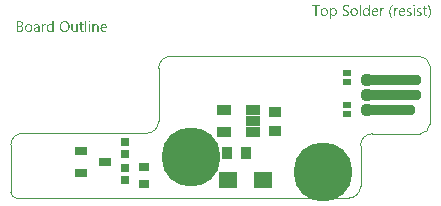
<source format=gts>
G04*
G04 #@! TF.GenerationSoftware,Altium Limited,Altium Designer,22.2.1 (43)*
G04*
G04 Layer_Color=8388736*
%FSLAX44Y44*%
%MOMM*%
G71*
G04*
G04 #@! TF.SameCoordinates,2D2D779E-EA1F-4978-AE9C-AACCEBDA9B96*
G04*
G04*
G04 #@! TF.FilePolarity,Negative*
G04*
G01*
G75*
%ADD13C,0.0500*%
%ADD23R,1.0500X0.9500*%
%ADD24R,1.1500X0.8500*%
%ADD25R,0.9500X1.0500*%
%ADD26R,1.6000X1.3500*%
%ADD27R,0.8000X0.5000*%
G04:AMPARAMS|DCode=28|XSize=0.9mm|YSize=4.3mm|CornerRadius=0.351mm|HoleSize=0mm|Usage=FLASHONLY|Rotation=270.000|XOffset=0mm|YOffset=0mm|HoleType=Round|Shape=RoundedRectangle|*
%AMROUNDEDRECTD28*
21,1,0.9000,3.5980,0,0,270.0*
21,1,0.1980,4.3000,0,0,270.0*
1,1,0.7020,-1.7990,-0.0990*
1,1,0.7020,-1.7990,0.0990*
1,1,0.7020,1.7990,0.0990*
1,1,0.7020,1.7990,-0.0990*
%
%ADD28ROUNDEDRECTD28*%
G04:AMPARAMS|DCode=29|XSize=0.9mm|YSize=4.8mm|CornerRadius=0.351mm|HoleSize=0mm|Usage=FLASHONLY|Rotation=270.000|XOffset=0mm|YOffset=0mm|HoleType=Round|Shape=RoundedRectangle|*
%AMROUNDEDRECTD29*
21,1,0.9000,4.0980,0,0,270.0*
21,1,0.1980,4.8000,0,0,270.0*
1,1,0.7020,-2.0490,-0.0990*
1,1,0.7020,-2.0490,0.0990*
1,1,0.7020,2.0490,0.0990*
1,1,0.7020,2.0490,-0.0990*
%
%ADD29ROUNDEDRECTD29*%
%ADD30R,0.7000X0.6500*%
%ADD31R,0.7000X0.6500*%
%ADD32R,1.0500X0.7500*%
%ADD33R,0.9500X0.7500*%
%ADD34C,5.0000*%
%ADD35C,0.1000*%
%ADD36C,1.1100*%
%ADD37C,0.1500*%
G36*
X303571Y138682D02*
X303642Y138667D01*
X303712Y138643D01*
X303791Y138604D01*
X303869Y138557D01*
X303948Y138494D01*
X303956Y138486D01*
X303979Y138463D01*
X304011Y138423D01*
X304050Y138368D01*
X304081Y138298D01*
X304113Y138219D01*
X304136Y138125D01*
X304144Y138023D01*
Y138007D01*
Y137976D01*
X304136Y137929D01*
X304120Y137858D01*
X304097Y137788D01*
X304058Y137709D01*
X304011Y137631D01*
X303948Y137552D01*
X303940Y137544D01*
X303916Y137521D01*
X303869Y137489D01*
X303814Y137458D01*
X303744Y137427D01*
X303665Y137395D01*
X303579Y137372D01*
X303477Y137364D01*
X303430D01*
X303383Y137372D01*
X303312Y137387D01*
X303241Y137411D01*
X303163Y137442D01*
X303084Y137481D01*
X303006Y137544D01*
X302998Y137552D01*
X302975Y137576D01*
X302943Y137623D01*
X302912Y137678D01*
X302880Y137740D01*
X302849Y137827D01*
X302825Y137921D01*
X302818Y138023D01*
Y138039D01*
Y138070D01*
X302825Y138125D01*
X302841Y138188D01*
X302865Y138266D01*
X302896Y138345D01*
X302943Y138423D01*
X303006Y138494D01*
X303014Y138502D01*
X303037Y138525D01*
X303084Y138557D01*
X303139Y138596D01*
X303210Y138627D01*
X303288Y138659D01*
X303375Y138682D01*
X303477Y138690D01*
X303524D01*
X303571Y138682D01*
D02*
G37*
G36*
X246221Y138439D02*
X246331D01*
X246457Y138431D01*
X246598Y138423D01*
X246747Y138408D01*
X247061Y138368D01*
X247375Y138314D01*
X247532Y138274D01*
X247673Y138235D01*
X247815Y138180D01*
X247932Y138125D01*
Y136948D01*
X247924Y136956D01*
X247893Y136971D01*
X247854Y136995D01*
X247791Y137034D01*
X247713Y137073D01*
X247618Y137121D01*
X247509Y137175D01*
X247383Y137222D01*
X247242Y137277D01*
X247085Y137325D01*
X246920Y137372D01*
X246739Y137411D01*
X246551Y137450D01*
X246347Y137474D01*
X246127Y137489D01*
X245900Y137497D01*
X245774D01*
X245688Y137489D01*
X245586Y137481D01*
X245468Y137466D01*
X245342Y137450D01*
X245217Y137427D01*
X245201D01*
X245162Y137411D01*
X245099Y137395D01*
X245013Y137372D01*
X244918Y137340D01*
X244816Y137301D01*
X244706Y137246D01*
X244604Y137191D01*
X244597Y137183D01*
X244557Y137160D01*
X244510Y137128D01*
X244447Y137081D01*
X244385Y137018D01*
X244306Y136948D01*
X244236Y136869D01*
X244173Y136775D01*
X244165Y136767D01*
X244149Y136728D01*
X244118Y136673D01*
X244094Y136602D01*
X244063Y136516D01*
X244032Y136406D01*
X244016Y136289D01*
X244008Y136155D01*
Y136139D01*
Y136100D01*
X244016Y136030D01*
X244024Y135951D01*
X244039Y135857D01*
X244063Y135755D01*
X244094Y135653D01*
X244134Y135559D01*
X244141Y135551D01*
X244157Y135519D01*
X244188Y135472D01*
X244228Y135409D01*
X244283Y135339D01*
X244345Y135260D01*
X244424Y135182D01*
X244510Y135103D01*
X244518Y135096D01*
X244557Y135072D01*
X244612Y135025D01*
X244683Y134978D01*
X244769Y134915D01*
X244871Y134852D01*
X244989Y134774D01*
X245115Y134703D01*
X245123D01*
X245130Y134695D01*
X245177Y134672D01*
X245256Y134633D01*
X245350Y134578D01*
X245476Y134523D01*
X245617Y134452D01*
X245774Y134374D01*
X245939Y134287D01*
X245947D01*
X245962Y134279D01*
X245986Y134264D01*
X246017Y134248D01*
X246064Y134224D01*
X246111Y134201D01*
X246229Y134138D01*
X246370Y134059D01*
X246527Y133973D01*
X246684Y133887D01*
X246849Y133785D01*
X246857D01*
X246865Y133777D01*
X246889Y133761D01*
X246920Y133738D01*
X247006Y133683D01*
X247108Y133612D01*
X247226Y133526D01*
X247351Y133432D01*
X247477Y133322D01*
X247603Y133204D01*
X247618Y133188D01*
X247658Y133149D01*
X247713Y133086D01*
X247791Y133000D01*
X247869Y132898D01*
X247956Y132780D01*
X248034Y132647D01*
X248113Y132506D01*
Y132498D01*
X248121Y132490D01*
X248129Y132466D01*
X248144Y132435D01*
X248176Y132356D01*
X248215Y132254D01*
X248246Y132121D01*
X248278Y131972D01*
X248301Y131807D01*
X248309Y131627D01*
Y131619D01*
Y131595D01*
Y131564D01*
Y131517D01*
X248301Y131462D01*
X248293Y131391D01*
X248286Y131320D01*
X248278Y131242D01*
X248246Y131061D01*
X248199Y130873D01*
X248136Y130685D01*
X248050Y130504D01*
Y130496D01*
X248042Y130481D01*
X248027Y130457D01*
X248003Y130426D01*
X247948Y130347D01*
X247869Y130237D01*
X247768Y130120D01*
X247650Y129994D01*
X247509Y129876D01*
X247351Y129759D01*
X247344D01*
X247328Y129743D01*
X247304Y129735D01*
X247273Y129711D01*
X247234Y129688D01*
X247179Y129664D01*
X247061Y129601D01*
X246912Y129539D01*
X246739Y129468D01*
X246551Y129405D01*
X246339Y129350D01*
X246331D01*
X246315Y129342D01*
X246284D01*
X246237Y129335D01*
X246190Y129319D01*
X246127Y129311D01*
X246056Y129303D01*
X245970Y129288D01*
X245790Y129264D01*
X245586Y129248D01*
X245366Y129233D01*
X245130Y129225D01*
X245044D01*
X244989Y129233D01*
X244911D01*
X244816Y129241D01*
X244714Y129248D01*
X244604Y129264D01*
X244589D01*
X244550Y129272D01*
X244487Y129280D01*
X244408Y129288D01*
X244314Y129303D01*
X244204Y129319D01*
X244094Y129335D01*
X243969Y129358D01*
X243953D01*
X243914Y129366D01*
X243851Y129382D01*
X243773Y129405D01*
X243678Y129421D01*
X243576Y129452D01*
X243357Y129515D01*
X243341Y129523D01*
X243309Y129531D01*
X243255Y129555D01*
X243192Y129578D01*
X243121Y129609D01*
X243043Y129649D01*
X242964Y129688D01*
X242894Y129735D01*
Y130967D01*
X242901Y130959D01*
X242933Y130936D01*
X242980Y130897D01*
X243035Y130857D01*
X243113Y130802D01*
X243200Y130747D01*
X243294Y130685D01*
X243404Y130630D01*
X243419Y130622D01*
X243459Y130606D01*
X243514Y130575D01*
X243592Y130543D01*
X243686Y130504D01*
X243788Y130457D01*
X243906Y130410D01*
X244024Y130371D01*
X244039Y130363D01*
X244079Y130355D01*
X244149Y130339D01*
X244228Y130316D01*
X244330Y130284D01*
X244440Y130261D01*
X244683Y130214D01*
X244699D01*
X244738Y130206D01*
X244801Y130198D01*
X244887Y130190D01*
X244981Y130175D01*
X245083Y130167D01*
X245295Y130159D01*
X245389D01*
X245452Y130167D01*
X245531D01*
X245625Y130175D01*
X245727Y130190D01*
X245837Y130206D01*
X246072Y130245D01*
X246308Y130308D01*
X246535Y130394D01*
X246637Y130449D01*
X246731Y130512D01*
X246739Y130520D01*
X246755Y130528D01*
X246779Y130551D01*
X246810Y130583D01*
X246841Y130614D01*
X246881Y130661D01*
X246928Y130716D01*
X246975Y130779D01*
X247014Y130850D01*
X247061Y130920D01*
X247140Y131101D01*
X247163Y131203D01*
X247187Y131313D01*
X247202Y131422D01*
X247210Y131548D01*
Y131556D01*
Y131564D01*
Y131611D01*
X247202Y131674D01*
X247195Y131760D01*
X247171Y131862D01*
X247148Y131964D01*
X247108Y132074D01*
X247053Y132176D01*
X247045Y132192D01*
X247022Y132223D01*
X246991Y132270D01*
X246943Y132341D01*
X246881Y132411D01*
X246802Y132498D01*
X246716Y132576D01*
X246614Y132662D01*
X246598Y132670D01*
X246567Y132702D01*
X246504Y132749D01*
X246425Y132804D01*
X246323Y132867D01*
X246213Y132937D01*
X246088Y133016D01*
X245947Y133086D01*
X245939D01*
X245931Y133094D01*
X245907Y133110D01*
X245884Y133126D01*
X245805Y133165D01*
X245703Y133220D01*
X245578Y133282D01*
X245436Y133353D01*
X245287Y133432D01*
X245123Y133518D01*
X245115D01*
X245099Y133526D01*
X245075Y133541D01*
X245044Y133557D01*
X244958Y133604D01*
X244840Y133667D01*
X244706Y133738D01*
X244557Y133816D01*
X244251Y133997D01*
X244244D01*
X244236Y134005D01*
X244212Y134020D01*
X244181Y134036D01*
X244110Y134091D01*
X244016Y134154D01*
X243906Y134232D01*
X243788Y134326D01*
X243671Y134421D01*
X243553Y134530D01*
X243537Y134546D01*
X243506Y134585D01*
X243451Y134640D01*
X243380Y134719D01*
X243309Y134821D01*
X243231Y134931D01*
X243153Y135056D01*
X243082Y135190D01*
Y135198D01*
X243074Y135205D01*
X243066Y135229D01*
X243058Y135260D01*
X243027Y135339D01*
X242996Y135441D01*
X242964Y135567D01*
X242933Y135716D01*
X242917Y135880D01*
X242909Y136061D01*
Y136069D01*
Y136084D01*
Y136124D01*
X242917Y136163D01*
Y136218D01*
X242925Y136281D01*
X242941Y136422D01*
X242972Y136587D01*
X243019Y136767D01*
X243090Y136948D01*
X243176Y137121D01*
Y137128D01*
X243192Y137144D01*
X243207Y137168D01*
X243223Y137199D01*
X243286Y137277D01*
X243364Y137387D01*
X243466Y137505D01*
X243584Y137631D01*
X243718Y137748D01*
X243875Y137866D01*
X243882D01*
X243898Y137882D01*
X243922Y137898D01*
X243953Y137913D01*
X243992Y137937D01*
X244039Y137968D01*
X244165Y138031D01*
X244314Y138102D01*
X244479Y138172D01*
X244667Y138243D01*
X244871Y138298D01*
X244879D01*
X244895Y138306D01*
X244926Y138314D01*
X244966Y138321D01*
X245021Y138329D01*
X245075Y138345D01*
X245146Y138361D01*
X245225Y138376D01*
X245397Y138400D01*
X245586Y138423D01*
X245798Y138439D01*
X246009Y138447D01*
X246135D01*
X246221Y138439D01*
D02*
G37*
G36*
X265945Y129374D02*
X264925D01*
Y130449D01*
X264901D01*
X264893Y130434D01*
X264870Y130394D01*
X264823Y130339D01*
X264768Y130261D01*
X264689Y130167D01*
X264603Y130065D01*
X264493Y129955D01*
X264359Y129837D01*
X264218Y129719D01*
X264053Y129609D01*
X263873Y129507D01*
X263677Y129413D01*
X263465Y129335D01*
X263229Y129280D01*
X262978Y129241D01*
X262711Y129225D01*
X262656D01*
X262593Y129233D01*
X262515Y129241D01*
X262413Y129248D01*
X262295Y129272D01*
X262162Y129295D01*
X262021Y129335D01*
X261871Y129374D01*
X261714Y129437D01*
X261558Y129500D01*
X261393Y129586D01*
X261236Y129680D01*
X261079Y129798D01*
X260930Y129931D01*
X260788Y130080D01*
X260781Y130088D01*
X260757Y130120D01*
X260725Y130167D01*
X260678Y130237D01*
X260623Y130324D01*
X260561Y130426D01*
X260498Y130551D01*
X260435Y130693D01*
X260364Y130850D01*
X260302Y131022D01*
X260239Y131218D01*
X260184Y131422D01*
X260137Y131642D01*
X260105Y131885D01*
X260082Y132137D01*
X260074Y132403D01*
Y132411D01*
Y132419D01*
Y132443D01*
Y132474D01*
X260082Y132553D01*
X260090Y132662D01*
X260098Y132804D01*
X260113Y132953D01*
X260137Y133126D01*
X260176Y133314D01*
X260215Y133510D01*
X260270Y133722D01*
X260333Y133926D01*
X260412Y134146D01*
X260498Y134350D01*
X260608Y134554D01*
X260725Y134750D01*
X260867Y134939D01*
X260875Y134946D01*
X260906Y134978D01*
X260953Y135025D01*
X261016Y135088D01*
X261094Y135158D01*
X261189Y135245D01*
X261306Y135331D01*
X261432Y135417D01*
X261581Y135504D01*
X261738Y135590D01*
X261911Y135676D01*
X262099Y135747D01*
X262303Y135810D01*
X262523Y135857D01*
X262750Y135888D01*
X262994Y135896D01*
X263049D01*
X263119Y135888D01*
X263206Y135880D01*
X263316Y135865D01*
X263441Y135841D01*
X263575Y135810D01*
X263724Y135771D01*
X263881Y135716D01*
X264038Y135645D01*
X264195Y135559D01*
X264352Y135457D01*
X264501Y135339D01*
X264650Y135205D01*
X264783Y135041D01*
X264901Y134860D01*
X264925D01*
Y138808D01*
X265945D01*
Y129374D01*
D02*
G37*
G36*
X235555Y135888D02*
X235641Y135880D01*
X235743Y135873D01*
X235861Y135849D01*
X235995Y135826D01*
X236144Y135786D01*
X236293Y135739D01*
X236450Y135684D01*
X236607Y135614D01*
X236772Y135535D01*
X236929Y135433D01*
X237078Y135315D01*
X237227Y135182D01*
X237360Y135033D01*
X237368Y135025D01*
X237392Y134993D01*
X237423Y134946D01*
X237470Y134876D01*
X237517Y134789D01*
X237580Y134687D01*
X237643Y134562D01*
X237706Y134428D01*
X237768Y134271D01*
X237831Y134099D01*
X237894Y133910D01*
X237941Y133706D01*
X237988Y133487D01*
X238020Y133251D01*
X238043Y133000D01*
X238051Y132741D01*
Y132733D01*
Y132725D01*
Y132702D01*
Y132670D01*
X238043Y132584D01*
X238035Y132474D01*
X238027Y132341D01*
X238012Y132184D01*
X237988Y132011D01*
X237957Y131823D01*
X237910Y131627D01*
X237863Y131415D01*
X237800Y131203D01*
X237721Y130991D01*
X237635Y130779D01*
X237533Y130567D01*
X237407Y130371D01*
X237274Y130182D01*
X237266Y130175D01*
X237235Y130143D01*
X237195Y130096D01*
X237133Y130033D01*
X237054Y129963D01*
X236960Y129876D01*
X236842Y129790D01*
X236717Y129704D01*
X236575Y129617D01*
X236411Y129531D01*
X236238Y129445D01*
X236049Y129374D01*
X235846Y129311D01*
X235626Y129264D01*
X235390Y129233D01*
X235147Y129225D01*
X235092D01*
X235029Y129233D01*
X234943Y129241D01*
X234841Y129256D01*
X234723Y129280D01*
X234590Y129311D01*
X234441Y129358D01*
X234291Y129413D01*
X234135Y129484D01*
X233978Y129570D01*
X233813Y129672D01*
X233656Y129798D01*
X233507Y129939D01*
X233365Y130104D01*
X233232Y130292D01*
X233208D01*
Y126446D01*
X232188D01*
Y135747D01*
X233208D01*
Y134625D01*
X233232D01*
X233240Y134640D01*
X233271Y134680D01*
X233310Y134742D01*
X233373Y134821D01*
X233452Y134923D01*
X233546Y135025D01*
X233664Y135143D01*
X233789Y135260D01*
X233938Y135378D01*
X234103Y135496D01*
X234284Y135598D01*
X234480Y135700D01*
X234692Y135778D01*
X234927Y135841D01*
X235170Y135880D01*
X235437Y135896D01*
X235492D01*
X235555Y135888D01*
D02*
G37*
G36*
X308241D02*
X308312D01*
X308398Y135880D01*
X308492Y135873D01*
X308594Y135857D01*
X308830Y135826D01*
X309073Y135771D01*
X309332Y135700D01*
X309583Y135606D01*
Y134570D01*
X309575Y134578D01*
X309552Y134593D01*
X309512Y134609D01*
X309457Y134640D01*
X309395Y134680D01*
X309316Y134719D01*
X309222Y134758D01*
X309120Y134805D01*
X309002Y134844D01*
X308885Y134884D01*
X308751Y134923D01*
X308610Y134962D01*
X308453Y134993D01*
X308296Y135009D01*
X308139Y135025D01*
X307966Y135033D01*
X307864D01*
X307794Y135025D01*
X307715Y135017D01*
X307629Y135001D01*
X307448Y134962D01*
X307440D01*
X307409Y134954D01*
X307370Y134939D01*
X307315Y134915D01*
X307189Y134860D01*
X307056Y134782D01*
X307048Y134774D01*
X307032Y134758D01*
X307001Y134734D01*
X306962Y134703D01*
X306875Y134617D01*
X306797Y134499D01*
Y134491D01*
X306781Y134468D01*
X306773Y134436D01*
X306758Y134389D01*
X306742Y134342D01*
X306726Y134279D01*
X306718Y134209D01*
X306710Y134138D01*
Y134130D01*
Y134099D01*
X306718Y134052D01*
Y133989D01*
X306734Y133926D01*
X306750Y133855D01*
X306765Y133785D01*
X306797Y133714D01*
X306805Y133706D01*
X306812Y133683D01*
X306836Y133651D01*
X306868Y133612D01*
X306907Y133573D01*
X306946Y133518D01*
X307064Y133416D01*
X307071Y133408D01*
X307095Y133392D01*
X307134Y133369D01*
X307181Y133337D01*
X307244Y133306D01*
X307315Y133267D01*
X307401Y133220D01*
X307488Y133181D01*
X307495Y133173D01*
X307535Y133165D01*
X307582Y133141D01*
X307652Y133118D01*
X307739Y133078D01*
X307833Y133039D01*
X307935Y133000D01*
X308053Y132953D01*
X308060D01*
X308068Y132945D01*
X308092Y132937D01*
X308123Y132929D01*
X308202Y132898D01*
X308304Y132851D01*
X308421Y132804D01*
X308555Y132749D01*
X308688Y132686D01*
X308814Y132623D01*
X308822D01*
X308830Y132615D01*
X308869Y132592D01*
X308932Y132561D01*
X309010Y132513D01*
X309104Y132451D01*
X309198Y132388D01*
X309293Y132309D01*
X309387Y132231D01*
X309395Y132223D01*
X309426Y132192D01*
X309465Y132152D01*
X309520Y132090D01*
X309575Y132019D01*
X309638Y131933D01*
X309693Y131838D01*
X309748Y131736D01*
X309756Y131721D01*
X309771Y131689D01*
X309787Y131627D01*
X309811Y131548D01*
X309834Y131454D01*
X309858Y131344D01*
X309866Y131218D01*
X309874Y131077D01*
Y131069D01*
Y131053D01*
Y131030D01*
Y130999D01*
X309866Y130912D01*
X309850Y130794D01*
X309818Y130669D01*
X309787Y130528D01*
X309732Y130386D01*
X309662Y130253D01*
X309654Y130237D01*
X309622Y130198D01*
X309575Y130135D01*
X309512Y130049D01*
X309434Y129963D01*
X309340Y129860D01*
X309230Y129766D01*
X309104Y129672D01*
X309089Y129664D01*
X309042Y129633D01*
X308971Y129594D01*
X308877Y129547D01*
X308759Y129492D01*
X308618Y129437D01*
X308469Y129382D01*
X308304Y129335D01*
X308296D01*
X308280Y129327D01*
X308257D01*
X308225Y129319D01*
X308186Y129311D01*
X308139Y129303D01*
X308021Y129280D01*
X307872Y129256D01*
X307715Y129241D01*
X307542Y129233D01*
X307354Y129225D01*
X307260D01*
X307189Y129233D01*
X307103D01*
X307009Y129248D01*
X306891Y129256D01*
X306773Y129272D01*
X306640Y129295D01*
X306506Y129319D01*
X306224Y129382D01*
X305933Y129476D01*
X305792Y129539D01*
X305651Y129601D01*
Y130693D01*
X305659Y130685D01*
X305690Y130669D01*
X305737Y130638D01*
X305800Y130598D01*
X305879Y130551D01*
X305965Y130496D01*
X306075Y130441D01*
X306192Y130386D01*
X306326Y130331D01*
X306467Y130276D01*
X306616Y130222D01*
X306773Y130175D01*
X306946Y130135D01*
X307119Y130104D01*
X307299Y130088D01*
X307488Y130080D01*
X307542D01*
X307613Y130088D01*
X307699Y130096D01*
X307801Y130112D01*
X307911Y130127D01*
X308037Y130159D01*
X308162Y130190D01*
X308280Y130237D01*
X308406Y130300D01*
X308516Y130371D01*
X308618Y130457D01*
X308704Y130559D01*
X308775Y130677D01*
X308814Y130818D01*
X308830Y130897D01*
Y130975D01*
Y130983D01*
Y131022D01*
X308822Y131069D01*
X308814Y131124D01*
X308798Y131195D01*
X308783Y131265D01*
X308751Y131336D01*
X308712Y131407D01*
X308704Y131415D01*
X308688Y131438D01*
X308665Y131469D01*
X308633Y131517D01*
X308586Y131564D01*
X308539Y131619D01*
X308476Y131666D01*
X308406Y131721D01*
X308398Y131728D01*
X308374Y131744D01*
X308327Y131768D01*
X308272Y131807D01*
X308210Y131846D01*
X308131Y131885D01*
X308037Y131925D01*
X307943Y131964D01*
X307927Y131972D01*
X307896Y131980D01*
X307841Y132003D01*
X307770Y132035D01*
X307692Y132074D01*
X307589Y132113D01*
X307488Y132152D01*
X307378Y132199D01*
X307370D01*
X307362Y132207D01*
X307338Y132215D01*
X307307Y132231D01*
X307229Y132262D01*
X307127Y132302D01*
X307009Y132356D01*
X306883Y132411D01*
X306758Y132474D01*
X306632Y132537D01*
X306616Y132545D01*
X306577Y132568D01*
X306522Y132600D01*
X306444Y132647D01*
X306357Y132710D01*
X306271Y132772D01*
X306177Y132843D01*
X306090Y132921D01*
X306083Y132929D01*
X306059Y132961D01*
X306020Y133000D01*
X305973Y133063D01*
X305918Y133133D01*
X305863Y133220D01*
X305816Y133306D01*
X305769Y133408D01*
X305761Y133424D01*
X305753Y133455D01*
X305737Y133518D01*
X305722Y133589D01*
X305698Y133683D01*
X305682Y133793D01*
X305674Y133918D01*
X305667Y134052D01*
Y134059D01*
Y134075D01*
Y134099D01*
Y134130D01*
X305674Y134209D01*
X305690Y134319D01*
X305714Y134444D01*
X305753Y134578D01*
X305800Y134711D01*
X305871Y134844D01*
Y134852D01*
X305879Y134860D01*
X305910Y134899D01*
X305957Y134962D01*
X306012Y135049D01*
X306090Y135135D01*
X306185Y135229D01*
X306294Y135331D01*
X306412Y135417D01*
X306420D01*
X306428Y135425D01*
X306475Y135457D01*
X306546Y135496D01*
X306640Y135551D01*
X306758Y135606D01*
X306891Y135668D01*
X307040Y135723D01*
X307197Y135771D01*
X307205D01*
X307221Y135778D01*
X307244Y135786D01*
X307276Y135794D01*
X307315Y135802D01*
X307362Y135810D01*
X307472Y135833D01*
X307613Y135857D01*
X307762Y135880D01*
X307927Y135888D01*
X308100Y135896D01*
X308178D01*
X308241Y135888D01*
D02*
G37*
G36*
X299749D02*
X299819D01*
X299906Y135880D01*
X300000Y135873D01*
X300102Y135857D01*
X300337Y135826D01*
X300581Y135771D01*
X300840Y135700D01*
X301091Y135606D01*
Y134570D01*
X301083Y134578D01*
X301059Y134593D01*
X301020Y134609D01*
X300965Y134640D01*
X300903Y134680D01*
X300824Y134719D01*
X300730Y134758D01*
X300628Y134805D01*
X300510Y134844D01*
X300392Y134884D01*
X300259Y134923D01*
X300118Y134962D01*
X299961Y134993D01*
X299804Y135009D01*
X299647Y135025D01*
X299474Y135033D01*
X299372D01*
X299301Y135025D01*
X299223Y135017D01*
X299137Y135001D01*
X298956Y134962D01*
X298948D01*
X298917Y134954D01*
X298878Y134939D01*
X298823Y134915D01*
X298697Y134860D01*
X298564Y134782D01*
X298556Y134774D01*
X298540Y134758D01*
X298509Y134734D01*
X298470Y134703D01*
X298383Y134617D01*
X298305Y134499D01*
Y134491D01*
X298289Y134468D01*
X298281Y134436D01*
X298265Y134389D01*
X298250Y134342D01*
X298234Y134279D01*
X298226Y134209D01*
X298218Y134138D01*
Y134130D01*
Y134099D01*
X298226Y134052D01*
Y133989D01*
X298242Y133926D01*
X298258Y133855D01*
X298273Y133785D01*
X298305Y133714D01*
X298312Y133706D01*
X298320Y133683D01*
X298344Y133651D01*
X298375Y133612D01*
X298414Y133573D01*
X298454Y133518D01*
X298571Y133416D01*
X298579Y133408D01*
X298603Y133392D01*
X298642Y133369D01*
X298689Y133337D01*
X298752Y133306D01*
X298823Y133267D01*
X298909Y133220D01*
X298995Y133181D01*
X299003Y133173D01*
X299042Y133165D01*
X299090Y133141D01*
X299160Y133118D01*
X299247Y133078D01*
X299341Y133039D01*
X299443Y133000D01*
X299560Y132953D01*
X299568D01*
X299576Y132945D01*
X299600Y132937D01*
X299631Y132929D01*
X299709Y132898D01*
X299812Y132851D01*
X299929Y132804D01*
X300063Y132749D01*
X300196Y132686D01*
X300322Y132623D01*
X300330D01*
X300337Y132615D01*
X300377Y132592D01*
X300439Y132561D01*
X300518Y132513D01*
X300612Y132451D01*
X300706Y132388D01*
X300800Y132309D01*
X300895Y132231D01*
X300903Y132223D01*
X300934Y132192D01*
X300973Y132152D01*
X301028Y132090D01*
X301083Y132019D01*
X301146Y131933D01*
X301201Y131838D01*
X301256Y131736D01*
X301264Y131721D01*
X301279Y131689D01*
X301295Y131627D01*
X301318Y131548D01*
X301342Y131454D01*
X301366Y131344D01*
X301373Y131218D01*
X301381Y131077D01*
Y131069D01*
Y131053D01*
Y131030D01*
Y130999D01*
X301373Y130912D01*
X301358Y130794D01*
X301326Y130669D01*
X301295Y130528D01*
X301240Y130386D01*
X301169Y130253D01*
X301161Y130237D01*
X301130Y130198D01*
X301083Y130135D01*
X301020Y130049D01*
X300942Y129963D01*
X300848Y129860D01*
X300738Y129766D01*
X300612Y129672D01*
X300596Y129664D01*
X300549Y129633D01*
X300479Y129594D01*
X300385Y129547D01*
X300267Y129492D01*
X300126Y129437D01*
X299976Y129382D01*
X299812Y129335D01*
X299804D01*
X299788Y129327D01*
X299764D01*
X299733Y129319D01*
X299694Y129311D01*
X299647Y129303D01*
X299529Y129280D01*
X299380Y129256D01*
X299223Y129241D01*
X299050Y129233D01*
X298862Y129225D01*
X298768D01*
X298697Y129233D01*
X298611D01*
X298517Y129248D01*
X298399Y129256D01*
X298281Y129272D01*
X298148Y129295D01*
X298014Y129319D01*
X297732Y129382D01*
X297441Y129476D01*
X297300Y129539D01*
X297159Y129601D01*
Y130693D01*
X297167Y130685D01*
X297198Y130669D01*
X297245Y130638D01*
X297308Y130598D01*
X297386Y130551D01*
X297473Y130496D01*
X297583Y130441D01*
X297700Y130386D01*
X297834Y130331D01*
X297975Y130276D01*
X298124Y130222D01*
X298281Y130175D01*
X298454Y130135D01*
X298626Y130104D01*
X298807Y130088D01*
X298995Y130080D01*
X299050D01*
X299121Y130088D01*
X299207Y130096D01*
X299309Y130112D01*
X299419Y130127D01*
X299545Y130159D01*
X299670Y130190D01*
X299788Y130237D01*
X299914Y130300D01*
X300023Y130371D01*
X300126Y130457D01*
X300212Y130559D01*
X300282Y130677D01*
X300322Y130818D01*
X300337Y130897D01*
Y130975D01*
Y130983D01*
Y131022D01*
X300330Y131069D01*
X300322Y131124D01*
X300306Y131195D01*
X300290Y131265D01*
X300259Y131336D01*
X300220Y131407D01*
X300212Y131415D01*
X300196Y131438D01*
X300173Y131469D01*
X300141Y131517D01*
X300094Y131564D01*
X300047Y131619D01*
X299984Y131666D01*
X299914Y131721D01*
X299906Y131728D01*
X299882Y131744D01*
X299835Y131768D01*
X299780Y131807D01*
X299717Y131846D01*
X299639Y131885D01*
X299545Y131925D01*
X299450Y131964D01*
X299435Y131972D01*
X299403Y131980D01*
X299349Y132003D01*
X299278Y132035D01*
X299199Y132074D01*
X299097Y132113D01*
X298995Y132152D01*
X298885Y132199D01*
X298878D01*
X298870Y132207D01*
X298846Y132215D01*
X298815Y132231D01*
X298736Y132262D01*
X298634Y132302D01*
X298517Y132356D01*
X298391Y132411D01*
X298265Y132474D01*
X298140Y132537D01*
X298124Y132545D01*
X298085Y132568D01*
X298030Y132600D01*
X297951Y132647D01*
X297865Y132710D01*
X297779Y132772D01*
X297685Y132843D01*
X297598Y132921D01*
X297590Y132929D01*
X297567Y132961D01*
X297528Y133000D01*
X297481Y133063D01*
X297426Y133133D01*
X297371Y133220D01*
X297324Y133306D01*
X297276Y133408D01*
X297269Y133424D01*
X297261Y133455D01*
X297245Y133518D01*
X297229Y133589D01*
X297206Y133683D01*
X297190Y133793D01*
X297182Y133918D01*
X297174Y134052D01*
Y134059D01*
Y134075D01*
Y134099D01*
Y134130D01*
X297182Y134209D01*
X297198Y134319D01*
X297222Y134444D01*
X297261Y134578D01*
X297308Y134711D01*
X297379Y134844D01*
Y134852D01*
X297386Y134860D01*
X297418Y134899D01*
X297465Y134962D01*
X297520Y135049D01*
X297598Y135135D01*
X297692Y135229D01*
X297802Y135331D01*
X297920Y135417D01*
X297928D01*
X297936Y135425D01*
X297983Y135457D01*
X298053Y135496D01*
X298148Y135551D01*
X298265Y135606D01*
X298399Y135668D01*
X298548Y135723D01*
X298705Y135771D01*
X298713D01*
X298729Y135778D01*
X298752Y135786D01*
X298783Y135794D01*
X298823Y135802D01*
X298870Y135810D01*
X298980Y135833D01*
X299121Y135857D01*
X299270Y135880D01*
X299435Y135888D01*
X299608Y135896D01*
X299686D01*
X299749Y135888D01*
D02*
G37*
G36*
X289302Y135849D02*
X289389D01*
X289483Y135833D01*
X289585Y135818D01*
X289687Y135802D01*
X289773Y135771D01*
Y134711D01*
X289757Y134719D01*
X289726Y134742D01*
X289663Y134774D01*
X289577Y134813D01*
X289459Y134852D01*
X289334Y134884D01*
X289177Y134907D01*
X288996Y134915D01*
X288933D01*
X288886Y134907D01*
X288831Y134899D01*
X288769Y134884D01*
X288619Y134837D01*
X288533Y134805D01*
X288447Y134766D01*
X288353Y134711D01*
X288258Y134656D01*
X288172Y134585D01*
X288078Y134499D01*
X287992Y134405D01*
X287905Y134295D01*
X287897Y134287D01*
X287889Y134264D01*
X287866Y134232D01*
X287835Y134185D01*
X287803Y134122D01*
X287764Y134044D01*
X287725Y133958D01*
X287686Y133855D01*
X287646Y133746D01*
X287607Y133620D01*
X287568Y133479D01*
X287536Y133330D01*
X287505Y133165D01*
X287481Y132992D01*
X287474Y132812D01*
X287466Y132615D01*
Y129374D01*
X286445D01*
Y135747D01*
X287466D01*
Y134428D01*
X287489D01*
Y134436D01*
X287497Y134460D01*
X287513Y134491D01*
X287528Y134538D01*
X287552Y134593D01*
X287583Y134664D01*
X287654Y134813D01*
X287748Y134986D01*
X287866Y135158D01*
X287999Y135323D01*
X288156Y135480D01*
X288164Y135488D01*
X288180Y135496D01*
X288204Y135512D01*
X288235Y135543D01*
X288274Y135567D01*
X288329Y135598D01*
X288447Y135668D01*
X288596Y135739D01*
X288769Y135802D01*
X288957Y135841D01*
X289059Y135849D01*
X289161Y135857D01*
X289224D01*
X289302Y135849D01*
D02*
G37*
G36*
X277529D02*
X277616D01*
X277710Y135833D01*
X277812Y135818D01*
X277914Y135802D01*
X278000Y135771D01*
Y134711D01*
X277985Y134719D01*
X277953Y134742D01*
X277890Y134774D01*
X277804Y134813D01*
X277686Y134852D01*
X277561Y134884D01*
X277404Y134907D01*
X277223Y134915D01*
X277160D01*
X277113Y134907D01*
X277059Y134899D01*
X276996Y134884D01*
X276847Y134837D01*
X276760Y134805D01*
X276674Y134766D01*
X276580Y134711D01*
X276486Y134656D01*
X276399Y134585D01*
X276305Y134499D01*
X276219Y134405D01*
X276132Y134295D01*
X276124Y134287D01*
X276117Y134264D01*
X276093Y134232D01*
X276062Y134185D01*
X276030Y134122D01*
X275991Y134044D01*
X275952Y133958D01*
X275913Y133855D01*
X275873Y133746D01*
X275834Y133620D01*
X275795Y133479D01*
X275763Y133330D01*
X275732Y133165D01*
X275709Y132992D01*
X275701Y132812D01*
X275693Y132615D01*
Y129374D01*
X274673D01*
Y135747D01*
X275693D01*
Y134428D01*
X275716D01*
Y134436D01*
X275724Y134460D01*
X275740Y134491D01*
X275756Y134538D01*
X275779Y134593D01*
X275811Y134664D01*
X275881Y134813D01*
X275975Y134986D01*
X276093Y135158D01*
X276227Y135323D01*
X276383Y135480D01*
X276391Y135488D01*
X276407Y135496D01*
X276431Y135512D01*
X276462Y135543D01*
X276501Y135567D01*
X276556Y135598D01*
X276674Y135668D01*
X276823Y135739D01*
X276996Y135802D01*
X277184Y135841D01*
X277286Y135849D01*
X277388Y135857D01*
X277451D01*
X277529Y135849D01*
D02*
G37*
G36*
X303971Y129374D02*
X302951D01*
Y135747D01*
X303971D01*
Y129374D01*
D02*
G37*
G36*
X258442D02*
X257421D01*
Y138808D01*
X258442D01*
Y129374D01*
D02*
G37*
G36*
X223452Y137348D02*
X220878D01*
Y129374D01*
X219834D01*
Y137348D01*
X217260D01*
Y138298D01*
X223452D01*
Y137348D01*
D02*
G37*
G36*
X312793Y135747D02*
X314402D01*
Y134868D01*
X312793D01*
Y131281D01*
Y131273D01*
Y131250D01*
Y131218D01*
Y131179D01*
X312801Y131124D01*
X312809Y131061D01*
X312824Y130928D01*
X312848Y130771D01*
X312887Y130622D01*
X312942Y130481D01*
X312974Y130418D01*
X313013Y130363D01*
X313021Y130355D01*
X313052Y130324D01*
X313107Y130276D01*
X313186Y130229D01*
X313288Y130175D01*
X313413Y130135D01*
X313562Y130104D01*
X313735Y130088D01*
X313798D01*
X313868Y130096D01*
X313963Y130112D01*
X314065Y130143D01*
X314182Y130175D01*
X314292Y130229D01*
X314402Y130300D01*
Y129429D01*
X314394D01*
X314386Y129421D01*
X314363Y129413D01*
X314339Y129397D01*
X314253Y129366D01*
X314151Y129335D01*
X314010Y129303D01*
X313845Y129272D01*
X313657Y129248D01*
X313445Y129241D01*
X313374D01*
X313288Y129256D01*
X313186Y129272D01*
X313060Y129295D01*
X312919Y129342D01*
X312762Y129397D01*
X312613Y129476D01*
X312456Y129570D01*
X312299Y129696D01*
X312157Y129845D01*
X312095Y129931D01*
X312032Y130025D01*
X311977Y130127D01*
X311930Y130237D01*
X311883Y130355D01*
X311843Y130488D01*
X311812Y130622D01*
X311789Y130771D01*
X311781Y130928D01*
X311773Y131101D01*
Y134868D01*
X310682D01*
Y135747D01*
X311773D01*
Y137301D01*
X312793Y137631D01*
Y135747D01*
D02*
G37*
G36*
X293501Y135888D02*
X293588Y135880D01*
X293697Y135873D01*
X293815Y135857D01*
X293949Y135826D01*
X294090Y135794D01*
X294247Y135755D01*
X294404Y135700D01*
X294561Y135629D01*
X294726Y135551D01*
X294883Y135457D01*
X295032Y135347D01*
X295181Y135221D01*
X295314Y135080D01*
X295322Y135072D01*
X295346Y135041D01*
X295377Y134993D01*
X295424Y134931D01*
X295471Y134852D01*
X295534Y134750D01*
X295597Y134633D01*
X295660Y134499D01*
X295722Y134342D01*
X295785Y134177D01*
X295848Y133989D01*
X295895Y133793D01*
X295942Y133573D01*
X295974Y133345D01*
X295997Y133094D01*
X296005Y132835D01*
Y132302D01*
X291500D01*
Y132286D01*
Y132254D01*
X291508Y132199D01*
X291516Y132129D01*
X291523Y132035D01*
X291539Y131933D01*
X291555Y131823D01*
X291586Y131697D01*
X291657Y131430D01*
X291704Y131297D01*
X291759Y131156D01*
X291822Y131022D01*
X291892Y130889D01*
X291979Y130771D01*
X292073Y130653D01*
X292081Y130645D01*
X292096Y130630D01*
X292128Y130598D01*
X292175Y130567D01*
X292230Y130520D01*
X292300Y130473D01*
X292379Y130418D01*
X292465Y130371D01*
X292567Y130316D01*
X292685Y130261D01*
X292803Y130214D01*
X292944Y130167D01*
X293085Y130135D01*
X293242Y130104D01*
X293407Y130088D01*
X293580Y130080D01*
X293627D01*
X293682Y130088D01*
X293760D01*
X293855Y130104D01*
X293964Y130120D01*
X294090Y130143D01*
X294231Y130167D01*
X294380Y130206D01*
X294537Y130253D01*
X294702Y130308D01*
X294867Y130379D01*
X295040Y130457D01*
X295212Y130551D01*
X295385Y130661D01*
X295558Y130787D01*
Y129829D01*
X295550Y129821D01*
X295518Y129806D01*
X295471Y129774D01*
X295408Y129735D01*
X295322Y129688D01*
X295220Y129641D01*
X295102Y129586D01*
X294969Y129531D01*
X294812Y129468D01*
X294647Y129413D01*
X294467Y129366D01*
X294270Y129319D01*
X294058Y129280D01*
X293831Y129248D01*
X293588Y129233D01*
X293337Y129225D01*
X293274D01*
X293211Y129233D01*
X293117Y129241D01*
X292999Y129248D01*
X292866Y129272D01*
X292724Y129295D01*
X292567Y129335D01*
X292402Y129382D01*
X292230Y129437D01*
X292049Y129507D01*
X291877Y129586D01*
X291696Y129688D01*
X291531Y129806D01*
X291367Y129939D01*
X291217Y130088D01*
X291210Y130096D01*
X291186Y130127D01*
X291147Y130182D01*
X291100Y130253D01*
X291037Y130339D01*
X290974Y130449D01*
X290903Y130575D01*
X290833Y130724D01*
X290762Y130881D01*
X290692Y131069D01*
X290629Y131265D01*
X290566Y131485D01*
X290519Y131721D01*
X290480Y131972D01*
X290456Y132247D01*
X290448Y132529D01*
Y132537D01*
Y132545D01*
Y132568D01*
Y132592D01*
X290456Y132670D01*
X290464Y132780D01*
X290472Y132906D01*
X290495Y133047D01*
X290519Y133212D01*
X290550Y133392D01*
X290597Y133581D01*
X290652Y133777D01*
X290723Y133981D01*
X290801Y134185D01*
X290896Y134381D01*
X291013Y134585D01*
X291139Y134774D01*
X291288Y134954D01*
X291296Y134962D01*
X291327Y134993D01*
X291374Y135041D01*
X291437Y135103D01*
X291523Y135174D01*
X291625Y135253D01*
X291735Y135339D01*
X291869Y135425D01*
X292010Y135512D01*
X292175Y135598D01*
X292348Y135676D01*
X292528Y135747D01*
X292724Y135810D01*
X292936Y135857D01*
X293156Y135888D01*
X293384Y135896D01*
X293438D01*
X293501Y135888D01*
D02*
G37*
G36*
X270630D02*
X270717Y135880D01*
X270827Y135873D01*
X270944Y135857D01*
X271078Y135826D01*
X271219Y135794D01*
X271376Y135755D01*
X271533Y135700D01*
X271690Y135629D01*
X271855Y135551D01*
X272012Y135457D01*
X272161Y135347D01*
X272310Y135221D01*
X272444Y135080D01*
X272451Y135072D01*
X272475Y135041D01*
X272506Y134993D01*
X272553Y134931D01*
X272600Y134852D01*
X272663Y134750D01*
X272726Y134633D01*
X272789Y134499D01*
X272852Y134342D01*
X272914Y134177D01*
X272977Y133989D01*
X273024Y133793D01*
X273071Y133573D01*
X273103Y133345D01*
X273126Y133094D01*
X273134Y132835D01*
Y132302D01*
X268629D01*
Y132286D01*
Y132254D01*
X268637Y132199D01*
X268645Y132129D01*
X268653Y132035D01*
X268668Y131933D01*
X268684Y131823D01*
X268715Y131697D01*
X268786Y131430D01*
X268833Y131297D01*
X268888Y131156D01*
X268951Y131022D01*
X269021Y130889D01*
X269108Y130771D01*
X269202Y130653D01*
X269210Y130645D01*
X269226Y130630D01*
X269257Y130598D01*
X269304Y130567D01*
X269359Y130520D01*
X269430Y130473D01*
X269508Y130418D01*
X269594Y130371D01*
X269697Y130316D01*
X269814Y130261D01*
X269932Y130214D01*
X270073Y130167D01*
X270215Y130135D01*
X270371Y130104D01*
X270536Y130088D01*
X270709Y130080D01*
X270756D01*
X270811Y130088D01*
X270889D01*
X270984Y130104D01*
X271094Y130120D01*
X271219Y130143D01*
X271360Y130167D01*
X271509Y130206D01*
X271667Y130253D01*
X271831Y130308D01*
X271996Y130379D01*
X272169Y130457D01*
X272341Y130551D01*
X272514Y130661D01*
X272687Y130787D01*
Y129829D01*
X272679Y129821D01*
X272648Y129806D01*
X272600Y129774D01*
X272538Y129735D01*
X272451Y129688D01*
X272349Y129641D01*
X272232Y129586D01*
X272098Y129531D01*
X271941Y129468D01*
X271776Y129413D01*
X271596Y129366D01*
X271400Y129319D01*
X271188Y129280D01*
X270960Y129248D01*
X270717Y129233D01*
X270466Y129225D01*
X270403D01*
X270340Y129233D01*
X270246Y129241D01*
X270128Y129248D01*
X269995Y129272D01*
X269853Y129295D01*
X269697Y129335D01*
X269532Y129382D01*
X269359Y129437D01*
X269179Y129507D01*
X269006Y129586D01*
X268825Y129688D01*
X268661Y129806D01*
X268496Y129939D01*
X268347Y130088D01*
X268339Y130096D01*
X268315Y130127D01*
X268276Y130182D01*
X268229Y130253D01*
X268166Y130339D01*
X268103Y130449D01*
X268033Y130575D01*
X267962Y130724D01*
X267891Y130881D01*
X267821Y131069D01*
X267758Y131265D01*
X267695Y131485D01*
X267648Y131721D01*
X267609Y131972D01*
X267585Y132247D01*
X267577Y132529D01*
Y132537D01*
Y132545D01*
Y132568D01*
Y132592D01*
X267585Y132670D01*
X267593Y132780D01*
X267601Y132906D01*
X267624Y133047D01*
X267648Y133212D01*
X267679Y133392D01*
X267726Y133581D01*
X267781Y133777D01*
X267852Y133981D01*
X267931Y134185D01*
X268025Y134381D01*
X268143Y134585D01*
X268268Y134774D01*
X268417Y134954D01*
X268425Y134962D01*
X268456Y134993D01*
X268503Y135041D01*
X268566Y135103D01*
X268653Y135174D01*
X268755Y135253D01*
X268864Y135339D01*
X268998Y135425D01*
X269139Y135512D01*
X269304Y135598D01*
X269477Y135676D01*
X269657Y135747D01*
X269853Y135810D01*
X270065Y135857D01*
X270285Y135888D01*
X270513Y135896D01*
X270568D01*
X270630Y135888D01*
D02*
G37*
G36*
X252901D02*
X253002Y135880D01*
X253120Y135873D01*
X253262Y135849D01*
X253411Y135826D01*
X253575Y135786D01*
X253756Y135739D01*
X253937Y135684D01*
X254117Y135614D01*
X254305Y135527D01*
X254486Y135425D01*
X254666Y135308D01*
X254831Y135174D01*
X254988Y135017D01*
X254996Y135009D01*
X255020Y134978D01*
X255059Y134923D01*
X255114Y134852D01*
X255177Y134766D01*
X255239Y134656D01*
X255318Y134530D01*
X255389Y134381D01*
X255467Y134216D01*
X255538Y134036D01*
X255600Y133840D01*
X255663Y133620D01*
X255718Y133385D01*
X255757Y133133D01*
X255781Y132867D01*
X255789Y132584D01*
Y132576D01*
Y132568D01*
Y132545D01*
Y132513D01*
X255781Y132435D01*
X255773Y132333D01*
X255765Y132199D01*
X255742Y132050D01*
X255718Y131885D01*
X255679Y131705D01*
X255632Y131517D01*
X255577Y131313D01*
X255506Y131109D01*
X255428Y130904D01*
X255326Y130700D01*
X255208Y130504D01*
X255075Y130316D01*
X254925Y130135D01*
X254918Y130127D01*
X254886Y130096D01*
X254839Y130049D01*
X254769Y129994D01*
X254682Y129923D01*
X254580Y129845D01*
X254454Y129766D01*
X254313Y129680D01*
X254156Y129594D01*
X253984Y129515D01*
X253795Y129437D01*
X253591Y129366D01*
X253364Y129311D01*
X253128Y129264D01*
X252885Y129233D01*
X252618Y129225D01*
X252555D01*
X252484Y129233D01*
X252383Y129241D01*
X252265Y129248D01*
X252124Y129272D01*
X251974Y129295D01*
X251810Y129335D01*
X251629Y129382D01*
X251448Y129445D01*
X251260Y129515D01*
X251072Y129601D01*
X250883Y129704D01*
X250695Y129821D01*
X250522Y129955D01*
X250357Y130112D01*
X250350Y130120D01*
X250318Y130151D01*
X250279Y130206D01*
X250224Y130276D01*
X250161Y130363D01*
X250091Y130473D01*
X250020Y130598D01*
X249942Y130747D01*
X249863Y130904D01*
X249785Y131085D01*
X249714Y131281D01*
X249651Y131493D01*
X249596Y131713D01*
X249557Y131956D01*
X249526Y132215D01*
X249518Y132482D01*
Y132490D01*
Y132498D01*
Y132521D01*
Y132553D01*
X249526Y132639D01*
X249533Y132749D01*
X249541Y132882D01*
X249565Y133039D01*
X249588Y133212D01*
X249628Y133400D01*
X249675Y133596D01*
X249730Y133800D01*
X249800Y134012D01*
X249887Y134224D01*
X249989Y134428D01*
X250098Y134625D01*
X250232Y134813D01*
X250389Y134993D01*
X250397Y135001D01*
X250428Y135033D01*
X250483Y135080D01*
X250554Y135135D01*
X250640Y135205D01*
X250750Y135276D01*
X250875Y135362D01*
X251017Y135449D01*
X251174Y135527D01*
X251354Y135614D01*
X251551Y135684D01*
X251762Y135755D01*
X251990Y135810D01*
X252233Y135857D01*
X252492Y135888D01*
X252767Y135896D01*
X252830D01*
X252901Y135888D01*
D02*
G37*
G36*
X227667D02*
X227769Y135880D01*
X227887Y135873D01*
X228028Y135849D01*
X228177Y135826D01*
X228342Y135786D01*
X228523Y135739D01*
X228703Y135684D01*
X228884Y135614D01*
X229072Y135527D01*
X229253Y135425D01*
X229433Y135308D01*
X229598Y135174D01*
X229755Y135017D01*
X229763Y135009D01*
X229786Y134978D01*
X229826Y134923D01*
X229881Y134852D01*
X229943Y134766D01*
X230006Y134656D01*
X230085Y134530D01*
X230155Y134381D01*
X230234Y134216D01*
X230304Y134036D01*
X230367Y133840D01*
X230430Y133620D01*
X230485Y133385D01*
X230524Y133133D01*
X230548Y132867D01*
X230555Y132584D01*
Y132576D01*
Y132568D01*
Y132545D01*
Y132513D01*
X230548Y132435D01*
X230540Y132333D01*
X230532Y132199D01*
X230508Y132050D01*
X230485Y131885D01*
X230446Y131705D01*
X230399Y131517D01*
X230344Y131313D01*
X230273Y131109D01*
X230194Y130904D01*
X230093Y130700D01*
X229975Y130504D01*
X229841Y130316D01*
X229692Y130135D01*
X229684Y130127D01*
X229653Y130096D01*
X229606Y130049D01*
X229535Y129994D01*
X229449Y129923D01*
X229347Y129845D01*
X229221Y129766D01*
X229080Y129680D01*
X228923Y129594D01*
X228750Y129515D01*
X228562Y129437D01*
X228358Y129366D01*
X228130Y129311D01*
X227895Y129264D01*
X227652Y129233D01*
X227385Y129225D01*
X227322D01*
X227251Y129233D01*
X227149Y129241D01*
X227031Y129248D01*
X226890Y129272D01*
X226741Y129295D01*
X226576Y129335D01*
X226396Y129382D01*
X226215Y129445D01*
X226027Y129515D01*
X225839Y129601D01*
X225650Y129704D01*
X225462Y129821D01*
X225289Y129955D01*
X225124Y130112D01*
X225116Y130120D01*
X225085Y130151D01*
X225046Y130206D01*
X224991Y130276D01*
X224928Y130363D01*
X224857Y130473D01*
X224787Y130598D01*
X224708Y130747D01*
X224630Y130904D01*
X224551Y131085D01*
X224481Y131281D01*
X224418Y131493D01*
X224363Y131713D01*
X224324Y131956D01*
X224292Y132215D01*
X224284Y132482D01*
Y132490D01*
Y132498D01*
Y132521D01*
Y132553D01*
X224292Y132639D01*
X224300Y132749D01*
X224308Y132882D01*
X224332Y133039D01*
X224355Y133212D01*
X224394Y133400D01*
X224442Y133596D01*
X224496Y133800D01*
X224567Y134012D01*
X224653Y134224D01*
X224755Y134428D01*
X224865Y134625D01*
X224999Y134813D01*
X225156Y134993D01*
X225163Y135001D01*
X225195Y135033D01*
X225250Y135080D01*
X225320Y135135D01*
X225407Y135205D01*
X225517Y135276D01*
X225642Y135362D01*
X225784Y135449D01*
X225940Y135527D01*
X226121Y135614D01*
X226317Y135684D01*
X226529Y135755D01*
X226757Y135810D01*
X227000Y135857D01*
X227259Y135888D01*
X227534Y135896D01*
X227597D01*
X227667Y135888D01*
D02*
G37*
G36*
X315791Y138290D02*
X315807Y138274D01*
X315831Y138235D01*
X315870Y138196D01*
X315909Y138133D01*
X315964Y138062D01*
X316019Y137984D01*
X316090Y137890D01*
X316160Y137788D01*
X316239Y137670D01*
X316317Y137544D01*
X316404Y137403D01*
X316490Y137254D01*
X316576Y137097D01*
X316663Y136932D01*
X316757Y136752D01*
X316851Y136563D01*
X316937Y136367D01*
X317024Y136163D01*
X317118Y135943D01*
X317196Y135723D01*
X317283Y135488D01*
X317353Y135253D01*
X317424Y135001D01*
X317549Y134483D01*
X317604Y134216D01*
X317644Y133942D01*
X317683Y133659D01*
X317706Y133369D01*
X317722Y133071D01*
X317730Y132772D01*
Y132765D01*
Y132733D01*
Y132694D01*
Y132631D01*
X317722Y132553D01*
X317714Y132458D01*
X317706Y132356D01*
X317698Y132231D01*
X317691Y132105D01*
X317667Y131956D01*
X317651Y131799D01*
X317628Y131634D01*
X317596Y131462D01*
X317565Y131273D01*
X317526Y131085D01*
X317487Y130889D01*
X317385Y130465D01*
X317251Y130033D01*
X317094Y129578D01*
X317008Y129350D01*
X316906Y129123D01*
X316804Y128895D01*
X316686Y128668D01*
X316560Y128440D01*
X316427Y128212D01*
X316278Y127993D01*
X316129Y127773D01*
X315964Y127561D01*
X315784Y127349D01*
X314881D01*
X314889Y127357D01*
X314904Y127373D01*
X314928Y127412D01*
X314967Y127459D01*
X315007Y127514D01*
X315061Y127584D01*
X315116Y127663D01*
X315187Y127757D01*
X315258Y127867D01*
X315328Y127985D01*
X315415Y128110D01*
X315493Y128252D01*
X315579Y128401D01*
X315666Y128558D01*
X315760Y128722D01*
X315854Y128903D01*
X315940Y129083D01*
X316035Y129280D01*
X316121Y129484D01*
X316207Y129696D01*
X316294Y129916D01*
X316372Y130143D01*
X316513Y130622D01*
X316639Y131132D01*
X316694Y131391D01*
X316733Y131658D01*
X316772Y131933D01*
X316796Y132215D01*
X316812Y132498D01*
X316819Y132788D01*
Y132796D01*
Y132827D01*
Y132867D01*
Y132929D01*
X316812Y133000D01*
X316804Y133094D01*
X316796Y133196D01*
X316788Y133314D01*
X316772Y133447D01*
X316757Y133589D01*
X316741Y133746D01*
X316717Y133910D01*
X316686Y134083D01*
X316655Y134264D01*
X316615Y134452D01*
X316576Y134656D01*
X316474Y135072D01*
X316341Y135512D01*
X316270Y135739D01*
X316184Y135967D01*
X316097Y136202D01*
X315995Y136438D01*
X315886Y136673D01*
X315768Y136909D01*
X315642Y137144D01*
X315509Y137380D01*
X315368Y137615D01*
X315210Y137843D01*
X315046Y138070D01*
X314865Y138298D01*
X315784D01*
X315791Y138290D01*
D02*
G37*
G36*
X285284D02*
X285268Y138274D01*
X285245Y138235D01*
X285205Y138188D01*
X285166Y138133D01*
X285111Y138062D01*
X285048Y137976D01*
X284986Y137882D01*
X284915Y137772D01*
X284836Y137654D01*
X284758Y137521D01*
X284672Y137380D01*
X284585Y137230D01*
X284499Y137073D01*
X284405Y136901D01*
X284318Y136720D01*
X284224Y136532D01*
X284130Y136336D01*
X284044Y136124D01*
X283957Y135912D01*
X283871Y135692D01*
X283793Y135457D01*
X283643Y134970D01*
X283518Y134460D01*
X283463Y134201D01*
X283424Y133926D01*
X283384Y133651D01*
X283361Y133369D01*
X283345Y133078D01*
X283337Y132788D01*
Y132780D01*
Y132757D01*
Y132710D01*
X283345Y132647D01*
Y132576D01*
X283353Y132482D01*
X283361Y132380D01*
X283369Y132262D01*
X283384Y132137D01*
X283400Y131995D01*
X283416Y131846D01*
X283439Y131681D01*
X283471Y131509D01*
X283502Y131328D01*
X283534Y131140D01*
X283581Y130944D01*
X283683Y130528D01*
X283808Y130088D01*
X283965Y129641D01*
X284059Y129413D01*
X284154Y129178D01*
X284263Y128950D01*
X284381Y128715D01*
X284499Y128479D01*
X284640Y128252D01*
X284781Y128024D01*
X284939Y127796D01*
X285103Y127569D01*
X285276Y127349D01*
X284366D01*
X284358Y127357D01*
X284342Y127373D01*
X284318Y127404D01*
X284287Y127451D01*
X284240Y127506D01*
X284185Y127577D01*
X284130Y127655D01*
X284067Y127741D01*
X283997Y127844D01*
X283918Y127961D01*
X283840Y128079D01*
X283761Y128212D01*
X283675Y128362D01*
X283581Y128511D01*
X283494Y128675D01*
X283408Y128848D01*
X283314Y129036D01*
X283228Y129225D01*
X283133Y129429D01*
X283055Y129641D01*
X282969Y129860D01*
X282890Y130088D01*
X282812Y130324D01*
X282741Y130567D01*
X282623Y131077D01*
X282568Y131344D01*
X282529Y131611D01*
X282490Y131893D01*
X282466Y132184D01*
X282451Y132474D01*
X282443Y132772D01*
Y132780D01*
Y132812D01*
Y132851D01*
X282451Y132914D01*
Y132992D01*
X282458Y133086D01*
X282466Y133196D01*
X282474Y133314D01*
X282482Y133447D01*
X282505Y133596D01*
X282521Y133753D01*
X282545Y133918D01*
X282568Y134099D01*
X282607Y134279D01*
X282639Y134475D01*
X282686Y134680D01*
X282788Y135103D01*
X282913Y135543D01*
X283071Y136006D01*
X283157Y136234D01*
X283251Y136469D01*
X283361Y136705D01*
X283471Y136940D01*
X283596Y137175D01*
X283730Y137403D01*
X283871Y137631D01*
X284028Y137858D01*
X284193Y138078D01*
X284366Y138298D01*
X285292D01*
X285284Y138290D01*
D02*
G37*
G36*
X28652Y125156D02*
X28722Y125140D01*
X28793Y125116D01*
X28872Y125077D01*
X28950Y125030D01*
X29028Y124967D01*
X29036Y124959D01*
X29060Y124936D01*
X29091Y124897D01*
X29130Y124842D01*
X29162Y124771D01*
X29193Y124692D01*
X29217Y124598D01*
X29225Y124496D01*
Y124481D01*
Y124449D01*
X29217Y124402D01*
X29201Y124332D01*
X29178Y124261D01*
X29138Y124182D01*
X29091Y124104D01*
X29028Y124025D01*
X29021Y124017D01*
X28997Y123994D01*
X28950Y123963D01*
X28895Y123931D01*
X28824Y123900D01*
X28746Y123868D01*
X28660Y123845D01*
X28558Y123837D01*
X28510D01*
X28463Y123845D01*
X28393Y123861D01*
X28322Y123884D01*
X28244Y123916D01*
X28165Y123955D01*
X28087Y124017D01*
X28079Y124025D01*
X28055Y124049D01*
X28024Y124096D01*
X27992Y124151D01*
X27961Y124214D01*
X27930Y124300D01*
X27906Y124394D01*
X27898Y124496D01*
Y124512D01*
Y124543D01*
X27906Y124598D01*
X27922Y124661D01*
X27945Y124740D01*
X27977Y124818D01*
X28024Y124897D01*
X28087Y124967D01*
X28094Y124975D01*
X28118Y124999D01*
X28165Y125030D01*
X28220Y125069D01*
X28291Y125101D01*
X28369Y125132D01*
X28456Y125156D01*
X28558Y125163D01*
X28605D01*
X28652Y125156D01*
D02*
G37*
G36*
X-1746Y115847D02*
X-2766D01*
Y116922D01*
X-2790D01*
X-2798Y116907D01*
X-2821Y116868D01*
X-2868Y116812D01*
X-2923Y116734D01*
X-3002Y116640D01*
X-3088Y116538D01*
X-3198Y116428D01*
X-3331Y116310D01*
X-3473Y116193D01*
X-3637Y116083D01*
X-3818Y115981D01*
X-4014Y115886D01*
X-4226Y115808D01*
X-4462Y115753D01*
X-4713Y115714D01*
X-4979Y115698D01*
X-5034D01*
X-5097Y115706D01*
X-5176Y115714D01*
X-5278Y115722D01*
X-5396Y115745D01*
X-5529Y115769D01*
X-5670Y115808D01*
X-5819Y115847D01*
X-5976Y115910D01*
X-6133Y115973D01*
X-6298Y116059D01*
X-6455Y116153D01*
X-6612Y116271D01*
X-6761Y116404D01*
X-6902Y116553D01*
X-6910Y116561D01*
X-6934Y116593D01*
X-6965Y116640D01*
X-7012Y116711D01*
X-7067Y116797D01*
X-7130Y116899D01*
X-7193Y117024D01*
X-7256Y117166D01*
X-7326Y117323D01*
X-7389Y117495D01*
X-7452Y117692D01*
X-7507Y117896D01*
X-7554Y118115D01*
X-7585Y118359D01*
X-7609Y118610D01*
X-7617Y118877D01*
Y118884D01*
Y118892D01*
Y118916D01*
Y118947D01*
X-7609Y119026D01*
X-7601Y119136D01*
X-7593Y119277D01*
X-7577Y119426D01*
X-7554Y119599D01*
X-7515Y119787D01*
X-7475Y119983D01*
X-7420Y120195D01*
X-7358Y120399D01*
X-7279Y120619D01*
X-7193Y120823D01*
X-7083Y121027D01*
X-6965Y121223D01*
X-6824Y121412D01*
X-6816Y121420D01*
X-6785Y121451D01*
X-6738Y121498D01*
X-6675Y121561D01*
X-6596Y121632D01*
X-6502Y121718D01*
X-6384Y121804D01*
X-6259Y121891D01*
X-6110Y121977D01*
X-5953Y122063D01*
X-5780Y122150D01*
X-5592Y122220D01*
X-5388Y122283D01*
X-5168Y122330D01*
X-4940Y122361D01*
X-4697Y122369D01*
X-4642D01*
X-4571Y122361D01*
X-4485Y122354D01*
X-4375Y122338D01*
X-4250Y122314D01*
X-4116Y122283D01*
X-3967Y122244D01*
X-3810Y122189D01*
X-3653Y122118D01*
X-3496Y122032D01*
X-3339Y121930D01*
X-3190Y121812D01*
X-3041Y121679D01*
X-2907Y121514D01*
X-2790Y121333D01*
X-2766D01*
Y125281D01*
X-1746D01*
Y115847D01*
D02*
G37*
G36*
X34358Y122361D02*
X34428D01*
X34515Y122346D01*
X34617Y122330D01*
X34727Y122314D01*
X34844Y122283D01*
X34970Y122252D01*
X35103Y122205D01*
X35237Y122150D01*
X35370Y122079D01*
X35496Y122000D01*
X35621Y121914D01*
X35739Y121804D01*
X35849Y121686D01*
X35857Y121679D01*
X35872Y121655D01*
X35904Y121616D01*
X35935Y121561D01*
X35975Y121490D01*
X36022Y121404D01*
X36077Y121302D01*
X36131Y121192D01*
X36179Y121059D01*
X36233Y120917D01*
X36281Y120752D01*
X36320Y120580D01*
X36351Y120392D01*
X36383Y120187D01*
X36398Y119976D01*
X36406Y119740D01*
Y115847D01*
X35386D01*
Y119481D01*
Y119489D01*
Y119505D01*
Y119528D01*
Y119567D01*
X35378Y119614D01*
Y119669D01*
X35362Y119795D01*
X35339Y119952D01*
X35307Y120125D01*
X35260Y120305D01*
X35198Y120493D01*
X35119Y120682D01*
X35025Y120862D01*
X34907Y121035D01*
X34758Y121192D01*
X34593Y121318D01*
X34499Y121373D01*
X34389Y121420D01*
X34279Y121459D01*
X34162Y121482D01*
X34036Y121498D01*
X33902Y121506D01*
X33832D01*
X33777Y121498D01*
X33714Y121490D01*
X33636Y121475D01*
X33549Y121459D01*
X33463Y121435D01*
X33361Y121404D01*
X33259Y121365D01*
X33157Y121318D01*
X33047Y121263D01*
X32945Y121192D01*
X32835Y121114D01*
X32733Y121027D01*
X32639Y120925D01*
X32631Y120917D01*
X32615Y120902D01*
X32592Y120870D01*
X32560Y120823D01*
X32521Y120768D01*
X32482Y120698D01*
X32435Y120619D01*
X32388Y120533D01*
X32341Y120431D01*
X32294Y120321D01*
X32254Y120203D01*
X32215Y120077D01*
X32184Y119936D01*
X32160Y119795D01*
X32144Y119638D01*
X32136Y119481D01*
Y115847D01*
X31116D01*
Y122220D01*
X32136D01*
Y121161D01*
X32160D01*
X32168Y121176D01*
X32192Y121216D01*
X32239Y121271D01*
X32294Y121349D01*
X32372Y121443D01*
X32458Y121545D01*
X32568Y121655D01*
X32694Y121765D01*
X32835Y121875D01*
X32992Y121985D01*
X33165Y122087D01*
X33345Y122181D01*
X33549Y122259D01*
X33769Y122314D01*
X34004Y122354D01*
X34256Y122369D01*
X34303D01*
X34358Y122361D01*
D02*
G37*
G36*
X-8763Y122322D02*
X-8676D01*
X-8582Y122306D01*
X-8480Y122291D01*
X-8378Y122275D01*
X-8292Y122244D01*
Y121184D01*
X-8307Y121192D01*
X-8339Y121216D01*
X-8401Y121247D01*
X-8488Y121286D01*
X-8605Y121326D01*
X-8731Y121357D01*
X-8888Y121380D01*
X-9069Y121388D01*
X-9131D01*
X-9179Y121380D01*
X-9233Y121373D01*
X-9296Y121357D01*
X-9445Y121310D01*
X-9532Y121278D01*
X-9618Y121239D01*
X-9712Y121184D01*
X-9806Y121129D01*
X-9893Y121059D01*
X-9987Y120972D01*
X-10073Y120878D01*
X-10160Y120768D01*
X-10167Y120760D01*
X-10175Y120737D01*
X-10199Y120705D01*
X-10230Y120658D01*
X-10262Y120596D01*
X-10301Y120517D01*
X-10340Y120431D01*
X-10379Y120329D01*
X-10419Y120219D01*
X-10458Y120093D01*
X-10497Y119952D01*
X-10529Y119803D01*
X-10560Y119638D01*
X-10583Y119465D01*
X-10591Y119285D01*
X-10599Y119089D01*
Y115847D01*
X-11619D01*
Y122220D01*
X-10599D01*
Y120902D01*
X-10575D01*
Y120910D01*
X-10568Y120933D01*
X-10552Y120964D01*
X-10536Y121011D01*
X-10513Y121067D01*
X-10481Y121137D01*
X-10411Y121286D01*
X-10316Y121459D01*
X-10199Y121632D01*
X-10065Y121796D01*
X-9908Y121953D01*
X-9901Y121961D01*
X-9885Y121969D01*
X-9861Y121985D01*
X-9830Y122016D01*
X-9791Y122040D01*
X-9736Y122071D01*
X-9618Y122142D01*
X-9469Y122212D01*
X-9296Y122275D01*
X-9108Y122314D01*
X-9006Y122322D01*
X-8904Y122330D01*
X-8841D01*
X-8763Y122322D01*
D02*
G37*
G36*
X18574Y115847D02*
X17554D01*
Y116852D01*
X17530D01*
X17522Y116836D01*
X17499Y116805D01*
X17460Y116742D01*
X17413Y116671D01*
X17342Y116585D01*
X17256Y116491D01*
X17161Y116381D01*
X17044Y116279D01*
X16918Y116169D01*
X16769Y116067D01*
X16612Y115965D01*
X16431Y115878D01*
X16235Y115808D01*
X16031Y115745D01*
X15804Y115714D01*
X15560Y115698D01*
X15505D01*
X15466Y115706D01*
X15411D01*
X15348Y115714D01*
X15278Y115729D01*
X15207Y115737D01*
X15034Y115784D01*
X14838Y115839D01*
X14634Y115926D01*
X14532Y115981D01*
X14422Y116035D01*
X14312Y116106D01*
X14210Y116177D01*
X14108Y116263D01*
X14006Y116357D01*
X13904Y116467D01*
X13810Y116577D01*
X13724Y116703D01*
X13637Y116844D01*
X13567Y116993D01*
X13496Y117150D01*
X13433Y117323D01*
X13378Y117511D01*
X13339Y117715D01*
X13308Y117927D01*
X13292Y118162D01*
X13284Y118406D01*
Y122220D01*
X14297D01*
Y118571D01*
Y118563D01*
Y118547D01*
Y118524D01*
Y118484D01*
X14304Y118437D01*
Y118382D01*
X14320Y118257D01*
X14344Y118100D01*
X14375Y117935D01*
X14430Y117746D01*
X14493Y117566D01*
X14571Y117378D01*
X14673Y117189D01*
X14799Y117024D01*
X14948Y116868D01*
X15129Y116742D01*
X15223Y116687D01*
X15333Y116640D01*
X15450Y116601D01*
X15568Y116577D01*
X15702Y116561D01*
X15843Y116553D01*
X15913D01*
X15968Y116561D01*
X16031Y116569D01*
X16102Y116585D01*
X16188Y116601D01*
X16274Y116624D01*
X16369Y116648D01*
X16471Y116687D01*
X16573Y116734D01*
X16675Y116789D01*
X16777Y116852D01*
X16879Y116922D01*
X16973Y117009D01*
X17067Y117103D01*
X17075Y117111D01*
X17091Y117127D01*
X17114Y117158D01*
X17146Y117205D01*
X17177Y117260D01*
X17224Y117323D01*
X17263Y117401D01*
X17311Y117487D01*
X17358Y117590D01*
X17397Y117699D01*
X17444Y117817D01*
X17475Y117943D01*
X17507Y118084D01*
X17530Y118225D01*
X17546Y118382D01*
X17554Y118547D01*
Y122220D01*
X18574D01*
Y115847D01*
D02*
G37*
G36*
X29052D02*
X28032D01*
Y122220D01*
X29052D01*
Y115847D01*
D02*
G37*
G36*
X25968D02*
X24947D01*
Y125281D01*
X25968D01*
Y115847D01*
D02*
G37*
G36*
X-15693Y122361D02*
X-15638D01*
X-15583Y122354D01*
X-15512Y122346D01*
X-15434Y122330D01*
X-15269Y122299D01*
X-15073Y122244D01*
X-14877Y122173D01*
X-14665Y122071D01*
X-14453Y121945D01*
X-14351Y121875D01*
X-14249Y121789D01*
X-14154Y121694D01*
X-14060Y121600D01*
X-13974Y121490D01*
X-13895Y121365D01*
X-13817Y121239D01*
X-13746Y121098D01*
X-13691Y120941D01*
X-13636Y120776D01*
X-13597Y120603D01*
X-13566Y120407D01*
X-13550Y120211D01*
X-13542Y119991D01*
Y115847D01*
X-14563D01*
Y116836D01*
X-14586D01*
X-14594Y116820D01*
X-14618Y116789D01*
X-14657Y116734D01*
X-14712Y116656D01*
X-14782Y116569D01*
X-14869Y116475D01*
X-14963Y116373D01*
X-15081Y116271D01*
X-15214Y116161D01*
X-15355Y116059D01*
X-15520Y115965D01*
X-15693Y115878D01*
X-15889Y115800D01*
X-16093Y115745D01*
X-16313Y115714D01*
X-16548Y115698D01*
X-16643D01*
X-16705Y115706D01*
X-16784Y115714D01*
X-16878Y115722D01*
X-16980Y115737D01*
X-17090Y115761D01*
X-17333Y115824D01*
X-17451Y115863D01*
X-17577Y115910D01*
X-17702Y115965D01*
X-17820Y116035D01*
X-17930Y116114D01*
X-18040Y116200D01*
X-18047Y116208D01*
X-18063Y116224D01*
X-18087Y116255D01*
X-18126Y116294D01*
X-18165Y116342D01*
X-18204Y116404D01*
X-18259Y116475D01*
X-18306Y116553D01*
X-18354Y116648D01*
X-18401Y116750D01*
X-18448Y116860D01*
X-18487Y116977D01*
X-18526Y117103D01*
X-18550Y117236D01*
X-18565Y117386D01*
X-18573Y117535D01*
Y117542D01*
Y117558D01*
Y117582D01*
X-18565Y117613D01*
Y117652D01*
X-18558Y117699D01*
X-18542Y117817D01*
X-18511Y117958D01*
X-18463Y118115D01*
X-18401Y118288D01*
X-18306Y118469D01*
X-18197Y118649D01*
X-18063Y118830D01*
X-17977Y118916D01*
X-17890Y119002D01*
X-17788Y119089D01*
X-17686Y119167D01*
X-17569Y119246D01*
X-17443Y119316D01*
X-17310Y119379D01*
X-17161Y119442D01*
X-17004Y119497D01*
X-16839Y119544D01*
X-16658Y119583D01*
X-16470Y119614D01*
X-14563Y119881D01*
Y119889D01*
Y119897D01*
Y119921D01*
Y119952D01*
X-14570Y120030D01*
X-14586Y120133D01*
X-14602Y120258D01*
X-14633Y120399D01*
X-14672Y120541D01*
X-14727Y120698D01*
X-14798Y120847D01*
X-14884Y120996D01*
X-14986Y121129D01*
X-15112Y121255D01*
X-15269Y121357D01*
X-15442Y121435D01*
X-15536Y121467D01*
X-15646Y121490D01*
X-15756Y121498D01*
X-15873Y121506D01*
X-15928D01*
X-15983Y121498D01*
X-16070Y121490D01*
X-16172Y121482D01*
X-16289Y121467D01*
X-16423Y121443D01*
X-16564Y121412D01*
X-16721Y121365D01*
X-16886Y121318D01*
X-17059Y121255D01*
X-17239Y121176D01*
X-17420Y121082D01*
X-17600Y120980D01*
X-17781Y120862D01*
X-17953Y120721D01*
Y121765D01*
X-17945Y121773D01*
X-17914Y121789D01*
X-17859Y121820D01*
X-17788Y121859D01*
X-17694Y121906D01*
X-17592Y121953D01*
X-17467Y122008D01*
X-17325Y122071D01*
X-17176Y122126D01*
X-17011Y122181D01*
X-16831Y122228D01*
X-16643Y122275D01*
X-16438Y122314D01*
X-16234Y122346D01*
X-16015Y122361D01*
X-15787Y122369D01*
X-15732D01*
X-15693Y122361D01*
D02*
G37*
G36*
X-30009Y124763D02*
X-29915Y124755D01*
X-29805Y124740D01*
X-29679Y124724D01*
X-29538Y124700D01*
X-29397Y124669D01*
X-29247Y124630D01*
X-29090Y124583D01*
X-28941Y124528D01*
X-28784Y124465D01*
X-28643Y124386D01*
X-28502Y124300D01*
X-28368Y124198D01*
X-28361Y124190D01*
X-28337Y124174D01*
X-28305Y124143D01*
X-28266Y124096D01*
X-28211Y124041D01*
X-28156Y123970D01*
X-28094Y123892D01*
X-28031Y123806D01*
X-27968Y123704D01*
X-27905Y123594D01*
X-27850Y123468D01*
X-27795Y123343D01*
X-27756Y123201D01*
X-27725Y123052D01*
X-27701Y122895D01*
X-27693Y122730D01*
Y122723D01*
Y122699D01*
Y122660D01*
X-27701Y122605D01*
X-27709Y122534D01*
X-27717Y122464D01*
X-27725Y122377D01*
X-27740Y122283D01*
X-27795Y122071D01*
X-27866Y121851D01*
X-27913Y121734D01*
X-27968Y121624D01*
X-28031Y121514D01*
X-28101Y121404D01*
X-28109Y121396D01*
X-28117Y121380D01*
X-28141Y121349D01*
X-28180Y121310D01*
X-28219Y121271D01*
X-28266Y121216D01*
X-28329Y121161D01*
X-28392Y121098D01*
X-28470Y121035D01*
X-28557Y120964D01*
X-28651Y120902D01*
X-28753Y120831D01*
X-28863Y120768D01*
X-28973Y120713D01*
X-29232Y120611D01*
Y120588D01*
X-29224D01*
X-29192Y120580D01*
X-29145Y120572D01*
X-29083Y120564D01*
X-29004Y120548D01*
X-28918Y120525D01*
X-28816Y120493D01*
X-28714Y120462D01*
X-28486Y120376D01*
X-28361Y120321D01*
X-28243Y120250D01*
X-28125Y120180D01*
X-28007Y120101D01*
X-27890Y120007D01*
X-27787Y119905D01*
X-27780Y119897D01*
X-27764Y119881D01*
X-27740Y119850D01*
X-27701Y119803D01*
X-27662Y119740D01*
X-27615Y119677D01*
X-27568Y119591D01*
X-27513Y119505D01*
X-27466Y119403D01*
X-27419Y119285D01*
X-27371Y119167D01*
X-27332Y119034D01*
X-27293Y118884D01*
X-27269Y118735D01*
X-27254Y118579D01*
X-27246Y118406D01*
Y118390D01*
Y118359D01*
X-27254Y118296D01*
X-27262Y118217D01*
X-27269Y118115D01*
X-27293Y118006D01*
X-27317Y117880D01*
X-27348Y117746D01*
X-27395Y117597D01*
X-27450Y117448D01*
X-27513Y117299D01*
X-27591Y117142D01*
X-27685Y116985D01*
X-27795Y116836D01*
X-27921Y116695D01*
X-28070Y116553D01*
X-28078Y116546D01*
X-28109Y116522D01*
X-28156Y116491D01*
X-28219Y116444D01*
X-28298Y116389D01*
X-28400Y116334D01*
X-28510Y116263D01*
X-28635Y116200D01*
X-28784Y116138D01*
X-28941Y116075D01*
X-29106Y116012D01*
X-29295Y115957D01*
X-29491Y115910D01*
X-29695Y115878D01*
X-29915Y115855D01*
X-30142Y115847D01*
X-32740D01*
Y124771D01*
X-30095D01*
X-30009Y124763D01*
D02*
G37*
G36*
X21980Y122220D02*
X23589D01*
Y121341D01*
X21980D01*
Y117754D01*
Y117746D01*
Y117723D01*
Y117692D01*
Y117652D01*
X21988Y117597D01*
X21996Y117535D01*
X22012Y117401D01*
X22035Y117244D01*
X22075Y117095D01*
X22130Y116954D01*
X22161Y116891D01*
X22200Y116836D01*
X22208Y116828D01*
X22239Y116797D01*
X22294Y116750D01*
X22373Y116703D01*
X22475Y116648D01*
X22601Y116608D01*
X22750Y116577D01*
X22922Y116561D01*
X22985D01*
X23056Y116569D01*
X23150Y116585D01*
X23252Y116616D01*
X23370Y116648D01*
X23479Y116703D01*
X23589Y116773D01*
Y115902D01*
X23582D01*
X23574Y115894D01*
X23550Y115886D01*
X23527Y115871D01*
X23440Y115839D01*
X23338Y115808D01*
X23197Y115777D01*
X23032Y115745D01*
X22844Y115722D01*
X22632Y115714D01*
X22561D01*
X22475Y115729D01*
X22373Y115745D01*
X22247Y115769D01*
X22106Y115816D01*
X21949Y115871D01*
X21800Y115949D01*
X21643Y116043D01*
X21486Y116169D01*
X21345Y116318D01*
X21282Y116404D01*
X21219Y116499D01*
X21164Y116601D01*
X21117Y116711D01*
X21070Y116828D01*
X21031Y116962D01*
X20999Y117095D01*
X20976Y117244D01*
X20968Y117401D01*
X20960Y117574D01*
Y121341D01*
X19869D01*
Y122220D01*
X20960D01*
Y123774D01*
X21980Y124104D01*
Y122220D01*
D02*
G37*
G36*
X40950Y122361D02*
X41037Y122354D01*
X41147Y122346D01*
X41265Y122330D01*
X41398Y122299D01*
X41539Y122267D01*
X41696Y122228D01*
X41853Y122173D01*
X42010Y122102D01*
X42175Y122024D01*
X42332Y121930D01*
X42481Y121820D01*
X42630Y121694D01*
X42764Y121553D01*
X42771Y121545D01*
X42795Y121514D01*
X42826Y121467D01*
X42873Y121404D01*
X42920Y121326D01*
X42983Y121223D01*
X43046Y121106D01*
X43109Y120972D01*
X43172Y120815D01*
X43235Y120651D01*
X43297Y120462D01*
X43344Y120266D01*
X43391Y120046D01*
X43423Y119818D01*
X43446Y119567D01*
X43454Y119308D01*
Y118775D01*
X38949D01*
Y118759D01*
Y118728D01*
X38957Y118673D01*
X38965Y118602D01*
X38973Y118508D01*
X38988Y118406D01*
X39004Y118296D01*
X39035Y118170D01*
X39106Y117903D01*
X39153Y117770D01*
X39208Y117629D01*
X39271Y117495D01*
X39342Y117362D01*
X39428Y117244D01*
X39522Y117127D01*
X39530Y117119D01*
X39546Y117103D01*
X39577Y117072D01*
X39624Y117040D01*
X39679Y116993D01*
X39750Y116946D01*
X39828Y116891D01*
X39915Y116844D01*
X40016Y116789D01*
X40134Y116734D01*
X40252Y116687D01*
X40393Y116640D01*
X40535Y116608D01*
X40691Y116577D01*
X40856Y116561D01*
X41029Y116553D01*
X41076D01*
X41131Y116561D01*
X41210D01*
X41304Y116577D01*
X41414Y116593D01*
X41539Y116616D01*
X41680Y116640D01*
X41830Y116679D01*
X41986Y116726D01*
X42151Y116781D01*
X42316Y116852D01*
X42489Y116930D01*
X42661Y117024D01*
X42834Y117134D01*
X43007Y117260D01*
Y116302D01*
X42999Y116294D01*
X42968Y116279D01*
X42920Y116247D01*
X42858Y116208D01*
X42771Y116161D01*
X42669Y116114D01*
X42552Y116059D01*
X42418Y116004D01*
X42261Y115941D01*
X42096Y115886D01*
X41916Y115839D01*
X41720Y115792D01*
X41508Y115753D01*
X41280Y115722D01*
X41037Y115706D01*
X40786Y115698D01*
X40723D01*
X40660Y115706D01*
X40566Y115714D01*
X40448Y115722D01*
X40315Y115745D01*
X40174Y115769D01*
X40016Y115808D01*
X39852Y115855D01*
X39679Y115910D01*
X39499Y115981D01*
X39326Y116059D01*
X39145Y116161D01*
X38981Y116279D01*
X38816Y116412D01*
X38667Y116561D01*
X38659Y116569D01*
X38635Y116601D01*
X38596Y116656D01*
X38549Y116726D01*
X38486Y116812D01*
X38423Y116922D01*
X38353Y117048D01*
X38282Y117197D01*
X38211Y117354D01*
X38141Y117542D01*
X38078Y117739D01*
X38015Y117958D01*
X37968Y118194D01*
X37929Y118445D01*
X37905Y118720D01*
X37897Y119002D01*
Y119010D01*
Y119018D01*
Y119042D01*
Y119065D01*
X37905Y119144D01*
X37913Y119253D01*
X37921Y119379D01*
X37945Y119520D01*
X37968Y119685D01*
X37999Y119866D01*
X38047Y120054D01*
X38101Y120250D01*
X38172Y120454D01*
X38251Y120658D01*
X38345Y120855D01*
X38463Y121059D01*
X38588Y121247D01*
X38737Y121427D01*
X38745Y121435D01*
X38777Y121467D01*
X38823Y121514D01*
X38886Y121577D01*
X38973Y121647D01*
X39075Y121726D01*
X39185Y121812D01*
X39318Y121898D01*
X39459Y121985D01*
X39624Y122071D01*
X39797Y122150D01*
X39977Y122220D01*
X40174Y122283D01*
X40385Y122330D01*
X40605Y122361D01*
X40833Y122369D01*
X40888D01*
X40950Y122361D01*
D02*
G37*
G36*
X7822Y124912D02*
X7876D01*
X7932Y124904D01*
X8002D01*
X8159Y124881D01*
X8340Y124857D01*
X8544Y124818D01*
X8763Y124763D01*
X8991Y124700D01*
X9234Y124614D01*
X9478Y124512D01*
X9729Y124394D01*
X9980Y124253D01*
X10215Y124088D01*
X10451Y123892D01*
X10671Y123672D01*
X10686Y123657D01*
X10718Y123617D01*
X10773Y123547D01*
X10851Y123445D01*
X10930Y123319D01*
X11032Y123170D01*
X11134Y122997D01*
X11236Y122801D01*
X11338Y122573D01*
X11440Y122330D01*
X11542Y122063D01*
X11628Y121773D01*
X11699Y121459D01*
X11754Y121129D01*
X11785Y120784D01*
X11801Y120415D01*
Y120407D01*
Y120392D01*
Y120360D01*
Y120321D01*
X11793Y120266D01*
Y120203D01*
X11785Y120133D01*
Y120054D01*
X11777Y119968D01*
X11769Y119874D01*
X11738Y119662D01*
X11707Y119418D01*
X11659Y119167D01*
X11597Y118892D01*
X11518Y118610D01*
X11424Y118327D01*
X11314Y118037D01*
X11181Y117754D01*
X11024Y117472D01*
X10843Y117213D01*
X10639Y116962D01*
X10624Y116946D01*
X10584Y116907D01*
X10522Y116844D01*
X10427Y116765D01*
X10310Y116671D01*
X10168Y116561D01*
X10011Y116452D01*
X9823Y116334D01*
X9611Y116216D01*
X9376Y116098D01*
X9124Y115988D01*
X8850Y115894D01*
X8551Y115816D01*
X8238Y115753D01*
X7900Y115714D01*
X7547Y115698D01*
X7461D01*
X7421Y115706D01*
X7366D01*
X7304Y115714D01*
X7233Y115722D01*
X7068Y115737D01*
X6888Y115761D01*
X6676Y115800D01*
X6456Y115855D01*
X6213Y115918D01*
X5969Y116004D01*
X5718Y116106D01*
X5459Y116224D01*
X5208Y116365D01*
X4965Y116538D01*
X4721Y116726D01*
X4502Y116946D01*
X4486Y116962D01*
X4455Y117001D01*
X4400Y117072D01*
X4321Y117174D01*
X4235Y117299D01*
X4141Y117448D01*
X4038Y117621D01*
X3936Y117825D01*
X3827Y118045D01*
X3725Y118288D01*
X3630Y118555D01*
X3544Y118845D01*
X3466Y119159D01*
X3411Y119489D01*
X3379Y119834D01*
X3364Y120203D01*
Y120211D01*
Y120227D01*
Y120258D01*
Y120297D01*
X3371Y120352D01*
Y120407D01*
X3379Y120478D01*
Y120556D01*
X3387Y120643D01*
X3403Y120745D01*
X3426Y120949D01*
X3458Y121184D01*
X3513Y121435D01*
X3568Y121710D01*
X3646Y121985D01*
X3740Y122267D01*
X3850Y122558D01*
X3984Y122840D01*
X4141Y123115D01*
X4321Y123382D01*
X4525Y123633D01*
X4541Y123649D01*
X4580Y123688D01*
X4643Y123751D01*
X4737Y123837D01*
X4855Y123931D01*
X5004Y124041D01*
X5169Y124159D01*
X5357Y124277D01*
X5577Y124394D01*
X5812Y124512D01*
X6071Y124622D01*
X6354Y124716D01*
X6660Y124802D01*
X6982Y124865D01*
X7327Y124904D01*
X7696Y124920D01*
X7775D01*
X7822Y124912D01*
D02*
G37*
G36*
X-22623Y122361D02*
X-22521Y122354D01*
X-22403Y122346D01*
X-22262Y122322D01*
X-22113Y122299D01*
X-21948Y122259D01*
X-21768Y122212D01*
X-21587Y122157D01*
X-21407Y122087D01*
X-21218Y122000D01*
X-21038Y121898D01*
X-20857Y121781D01*
X-20692Y121647D01*
X-20535Y121490D01*
X-20528Y121482D01*
X-20504Y121451D01*
X-20465Y121396D01*
X-20410Y121326D01*
X-20347Y121239D01*
X-20284Y121129D01*
X-20206Y121004D01*
X-20135Y120855D01*
X-20057Y120690D01*
X-19986Y120509D01*
X-19923Y120313D01*
X-19860Y120093D01*
X-19806Y119858D01*
X-19766Y119607D01*
X-19743Y119340D01*
X-19735Y119057D01*
Y119049D01*
Y119042D01*
Y119018D01*
Y118987D01*
X-19743Y118908D01*
X-19751Y118806D01*
X-19758Y118673D01*
X-19782Y118524D01*
X-19806Y118359D01*
X-19845Y118178D01*
X-19892Y117990D01*
X-19947Y117786D01*
X-20017Y117582D01*
X-20096Y117378D01*
X-20198Y117174D01*
X-20316Y116977D01*
X-20449Y116789D01*
X-20598Y116608D01*
X-20606Y116601D01*
X-20637Y116569D01*
X-20684Y116522D01*
X-20755Y116467D01*
X-20842Y116397D01*
X-20944Y116318D01*
X-21069Y116240D01*
X-21210Y116153D01*
X-21367Y116067D01*
X-21540Y115988D01*
X-21728Y115910D01*
X-21932Y115839D01*
X-22160Y115784D01*
X-22396Y115737D01*
X-22639Y115706D01*
X-22906Y115698D01*
X-22968D01*
X-23039Y115706D01*
X-23141Y115714D01*
X-23259Y115722D01*
X-23400Y115745D01*
X-23549Y115769D01*
X-23714Y115808D01*
X-23895Y115855D01*
X-24075Y115918D01*
X-24264Y115988D01*
X-24452Y116075D01*
X-24640Y116177D01*
X-24829Y116294D01*
X-25001Y116428D01*
X-25166Y116585D01*
X-25174Y116593D01*
X-25205Y116624D01*
X-25245Y116679D01*
X-25299Y116750D01*
X-25362Y116836D01*
X-25433Y116946D01*
X-25504Y117072D01*
X-25582Y117221D01*
X-25661Y117378D01*
X-25739Y117558D01*
X-25810Y117754D01*
X-25872Y117966D01*
X-25927Y118186D01*
X-25967Y118429D01*
X-25998Y118688D01*
X-26006Y118955D01*
Y118963D01*
Y118971D01*
Y118994D01*
Y119026D01*
X-25998Y119112D01*
X-25990Y119222D01*
X-25982Y119355D01*
X-25959Y119512D01*
X-25935Y119685D01*
X-25896Y119874D01*
X-25849Y120070D01*
X-25794Y120274D01*
X-25723Y120486D01*
X-25637Y120698D01*
X-25535Y120902D01*
X-25425Y121098D01*
X-25292Y121286D01*
X-25135Y121467D01*
X-25127Y121475D01*
X-25096Y121506D01*
X-25041Y121553D01*
X-24970Y121608D01*
X-24883Y121679D01*
X-24774Y121749D01*
X-24648Y121836D01*
X-24507Y121922D01*
X-24350Y122000D01*
X-24169Y122087D01*
X-23973Y122157D01*
X-23761Y122228D01*
X-23534Y122283D01*
X-23290Y122330D01*
X-23031Y122361D01*
X-22757Y122369D01*
X-22694D01*
X-22623Y122361D01*
D02*
G37*
%LPC*%
G36*
X263119Y135033D02*
X263080D01*
X263033Y135025D01*
X262962D01*
X262884Y135009D01*
X262798Y134993D01*
X262696Y134978D01*
X262586Y134946D01*
X262468Y134915D01*
X262350Y134868D01*
X262232Y134813D01*
X262107Y134742D01*
X261989Y134664D01*
X261871Y134578D01*
X261754Y134468D01*
X261652Y134350D01*
X261644Y134342D01*
X261628Y134319D01*
X261605Y134279D01*
X261565Y134224D01*
X261526Y134154D01*
X261487Y134067D01*
X261432Y133973D01*
X261385Y133855D01*
X261338Y133730D01*
X261291Y133589D01*
X261243Y133432D01*
X261204Y133267D01*
X261165Y133078D01*
X261141Y132890D01*
X261126Y132678D01*
X261118Y132458D01*
Y132443D01*
Y132411D01*
Y132349D01*
X261126Y132278D01*
X261134Y132184D01*
X261141Y132074D01*
X261157Y131956D01*
X261181Y131823D01*
X261243Y131548D01*
X261283Y131399D01*
X261330Y131258D01*
X261393Y131116D01*
X261463Y130975D01*
X261542Y130842D01*
X261628Y130716D01*
X261636Y130708D01*
X261652Y130693D01*
X261683Y130661D01*
X261722Y130614D01*
X261777Y130567D01*
X261840Y130512D01*
X261911Y130457D01*
X261997Y130402D01*
X262091Y130339D01*
X262193Y130284D01*
X262303Y130229D01*
X262429Y130182D01*
X262562Y130143D01*
X262703Y130112D01*
X262852Y130088D01*
X263009Y130080D01*
X263049D01*
X263096Y130088D01*
X263151D01*
X263221Y130096D01*
X263308Y130112D01*
X263402Y130135D01*
X263504Y130159D01*
X263614Y130190D01*
X263724Y130229D01*
X263841Y130276D01*
X263951Y130339D01*
X264069Y130410D01*
X264179Y130488D01*
X264289Y130583D01*
X264391Y130693D01*
X264399Y130700D01*
X264414Y130724D01*
X264438Y130755D01*
X264477Y130802D01*
X264516Y130865D01*
X264564Y130936D01*
X264611Y131022D01*
X264658Y131124D01*
X264705Y131226D01*
X264760Y131344D01*
X264799Y131477D01*
X264838Y131611D01*
X264877Y131760D01*
X264901Y131917D01*
X264917Y132082D01*
X264925Y132254D01*
Y133188D01*
Y133196D01*
Y133220D01*
Y133267D01*
X264917Y133322D01*
X264909Y133385D01*
X264901Y133463D01*
X264885Y133549D01*
X264862Y133644D01*
X264799Y133848D01*
X264760Y133958D01*
X264713Y134067D01*
X264650Y134177D01*
X264579Y134287D01*
X264501Y134397D01*
X264414Y134499D01*
X264407Y134507D01*
X264391Y134523D01*
X264359Y134546D01*
X264320Y134585D01*
X264273Y134625D01*
X264210Y134672D01*
X264140Y134719D01*
X264061Y134766D01*
X263975Y134813D01*
X263873Y134868D01*
X263771Y134907D01*
X263653Y134946D01*
X263528Y134986D01*
X263402Y135009D01*
X263261Y135025D01*
X263119Y135033D01*
D02*
G37*
G36*
X235186D02*
X235100D01*
X235037Y135025D01*
X234959Y135017D01*
X234872Y135001D01*
X234778Y134978D01*
X234668Y134954D01*
X234558Y134923D01*
X234441Y134884D01*
X234323Y134829D01*
X234205Y134774D01*
X234087Y134703D01*
X233970Y134617D01*
X233852Y134523D01*
X233750Y134413D01*
X233742Y134405D01*
X233726Y134381D01*
X233703Y134350D01*
X233664Y134303D01*
X233624Y134240D01*
X233577Y134169D01*
X233530Y134083D01*
X233483Y133989D01*
X233428Y133879D01*
X233381Y133761D01*
X233334Y133636D01*
X233295Y133494D01*
X233255Y133345D01*
X233232Y133196D01*
X233216Y133031D01*
X233208Y132859D01*
Y131972D01*
Y131964D01*
Y131940D01*
Y131893D01*
X233216Y131838D01*
X233224Y131768D01*
X233232Y131689D01*
X233248Y131603D01*
X233271Y131509D01*
X233334Y131297D01*
X233373Y131187D01*
X233420Y131069D01*
X233483Y130959D01*
X233554Y130842D01*
X233632Y130732D01*
X233718Y130630D01*
X233726Y130622D01*
X233742Y130606D01*
X233773Y130583D01*
X233813Y130543D01*
X233860Y130504D01*
X233923Y130457D01*
X233993Y130410D01*
X234079Y130355D01*
X234166Y130308D01*
X234268Y130253D01*
X234378Y130206D01*
X234488Y130167D01*
X234613Y130127D01*
X234747Y130104D01*
X234888Y130088D01*
X235029Y130080D01*
X235068D01*
X235116Y130088D01*
X235186D01*
X235257Y130104D01*
X235351Y130120D01*
X235453Y130143D01*
X235555Y130167D01*
X235673Y130206D01*
X235791Y130253D01*
X235908Y130308D01*
X236034Y130379D01*
X236152Y130457D01*
X236269Y130551D01*
X236379Y130661D01*
X236481Y130787D01*
X236489Y130794D01*
X236505Y130818D01*
X236528Y130857D01*
X236567Y130920D01*
X236607Y130991D01*
X236646Y131077D01*
X236693Y131187D01*
X236748Y131305D01*
X236795Y131438D01*
X236842Y131587D01*
X236882Y131744D01*
X236929Y131925D01*
X236960Y132113D01*
X236984Y132317D01*
X236999Y132537D01*
X237007Y132765D01*
Y132780D01*
Y132812D01*
Y132867D01*
X236999Y132937D01*
X236991Y133031D01*
X236984Y133133D01*
X236968Y133243D01*
X236944Y133369D01*
X236889Y133636D01*
X236850Y133777D01*
X236795Y133910D01*
X236740Y134052D01*
X236677Y134185D01*
X236599Y134311D01*
X236513Y134428D01*
X236505Y134436D01*
X236489Y134452D01*
X236465Y134483D01*
X236426Y134523D01*
X236371Y134570D01*
X236316Y134617D01*
X236246Y134672D01*
X236167Y134734D01*
X236073Y134789D01*
X235979Y134844D01*
X235869Y134892D01*
X235751Y134939D01*
X235618Y134978D01*
X235484Y135009D01*
X235343Y135025D01*
X235186Y135033D01*
D02*
G37*
G36*
X293368D02*
X293297D01*
X293250Y135025D01*
X293187Y135017D01*
X293109Y135009D01*
X293030Y134993D01*
X292944Y134970D01*
X292748Y134907D01*
X292646Y134868D01*
X292544Y134813D01*
X292442Y134758D01*
X292332Y134687D01*
X292238Y134609D01*
X292136Y134515D01*
X292128Y134507D01*
X292112Y134491D01*
X292089Y134460D01*
X292057Y134421D01*
X292018Y134366D01*
X291971Y134311D01*
X291924Y134232D01*
X291869Y134154D01*
X291814Y134059D01*
X291767Y133958D01*
X291712Y133848D01*
X291665Y133730D01*
X291618Y133596D01*
X291578Y133463D01*
X291539Y133314D01*
X291516Y133165D01*
X294961D01*
Y133173D01*
Y133204D01*
Y133251D01*
X294953Y133314D01*
X294945Y133385D01*
X294938Y133471D01*
X294922Y133565D01*
X294906Y133667D01*
X294851Y133887D01*
X294773Y134122D01*
X294726Y134232D01*
X294671Y134342D01*
X294608Y134444D01*
X294529Y134538D01*
X294522Y134546D01*
X294514Y134562D01*
X294490Y134585D01*
X294451Y134617D01*
X294412Y134656D01*
X294357Y134695D01*
X294302Y134742D01*
X294231Y134789D01*
X294153Y134829D01*
X294066Y134876D01*
X293964Y134915D01*
X293862Y134954D01*
X293752Y134986D01*
X293635Y135009D01*
X293501Y135025D01*
X293368Y135033D01*
D02*
G37*
G36*
X270497D02*
X270426D01*
X270379Y135025D01*
X270317Y135017D01*
X270238Y135009D01*
X270160Y134993D01*
X270073Y134970D01*
X269877Y134907D01*
X269775Y134868D01*
X269673Y134813D01*
X269571Y134758D01*
X269461Y134687D01*
X269367Y134609D01*
X269265Y134515D01*
X269257Y134507D01*
X269241Y134491D01*
X269218Y134460D01*
X269186Y134421D01*
X269147Y134366D01*
X269100Y134311D01*
X269053Y134232D01*
X268998Y134154D01*
X268943Y134059D01*
X268896Y133958D01*
X268841Y133848D01*
X268794Y133730D01*
X268747Y133596D01*
X268708Y133463D01*
X268668Y133314D01*
X268645Y133165D01*
X272090D01*
Y133173D01*
Y133204D01*
Y133251D01*
X272083Y133314D01*
X272075Y133385D01*
X272067Y133471D01*
X272051Y133565D01*
X272035Y133667D01*
X271980Y133887D01*
X271902Y134122D01*
X271855Y134232D01*
X271800Y134342D01*
X271737Y134444D01*
X271659Y134538D01*
X271651Y134546D01*
X271643Y134562D01*
X271619Y134585D01*
X271580Y134617D01*
X271541Y134656D01*
X271486Y134695D01*
X271431Y134742D01*
X271360Y134789D01*
X271282Y134829D01*
X271196Y134876D01*
X271094Y134915D01*
X270991Y134954D01*
X270882Y134986D01*
X270764Y135009D01*
X270630Y135025D01*
X270497Y135033D01*
D02*
G37*
G36*
X252689D02*
X252649D01*
X252594Y135025D01*
X252524D01*
X252445Y135009D01*
X252351Y135001D01*
X252241Y134978D01*
X252124Y134946D01*
X252006Y134915D01*
X251880Y134868D01*
X251747Y134813D01*
X251621Y134750D01*
X251488Y134672D01*
X251362Y134585D01*
X251244Y134483D01*
X251134Y134366D01*
X251127Y134358D01*
X251111Y134334D01*
X251080Y134295D01*
X251048Y134240D01*
X251001Y134177D01*
X250954Y134091D01*
X250899Y133997D01*
X250852Y133887D01*
X250797Y133761D01*
X250742Y133620D01*
X250695Y133471D01*
X250648Y133306D01*
X250616Y133126D01*
X250585Y132937D01*
X250569Y132733D01*
X250562Y132521D01*
Y132506D01*
Y132474D01*
X250569Y132411D01*
Y132333D01*
X250577Y132239D01*
X250593Y132129D01*
X250609Y132003D01*
X250632Y131870D01*
X250664Y131728D01*
X250703Y131587D01*
X250750Y131438D01*
X250805Y131289D01*
X250868Y131140D01*
X250946Y130999D01*
X251033Y130857D01*
X251134Y130732D01*
X251142Y130724D01*
X251158Y130700D01*
X251197Y130669D01*
X251244Y130630D01*
X251299Y130583D01*
X251370Y130528D01*
X251456Y130465D01*
X251551Y130410D01*
X251653Y130347D01*
X251770Y130284D01*
X251896Y130229D01*
X252037Y130182D01*
X252186Y130143D01*
X252343Y130112D01*
X252508Y130088D01*
X252689Y130080D01*
X252736D01*
X252783Y130088D01*
X252853D01*
X252932Y130104D01*
X253026Y130112D01*
X253136Y130135D01*
X253254Y130159D01*
X253371Y130190D01*
X253497Y130237D01*
X253623Y130284D01*
X253748Y130347D01*
X253874Y130418D01*
X253991Y130504D01*
X254109Y130606D01*
X254211Y130716D01*
X254219Y130724D01*
X254235Y130747D01*
X254258Y130787D01*
X254298Y130834D01*
X254337Y130904D01*
X254384Y130983D01*
X254431Y131077D01*
X254478Y131187D01*
X254525Y131313D01*
X254580Y131446D01*
X254619Y131595D01*
X254659Y131760D01*
X254698Y131933D01*
X254721Y132129D01*
X254737Y132333D01*
X254745Y132545D01*
Y132561D01*
Y132600D01*
Y132662D01*
X254737Y132741D01*
X254729Y132843D01*
X254713Y132953D01*
X254698Y133086D01*
X254682Y133220D01*
X254611Y133518D01*
X254572Y133667D01*
X254517Y133824D01*
X254462Y133973D01*
X254384Y134115D01*
X254305Y134256D01*
X254211Y134381D01*
X254203Y134389D01*
X254188Y134413D01*
X254156Y134444D01*
X254109Y134483D01*
X254054Y134530D01*
X253991Y134585D01*
X253913Y134648D01*
X253819Y134711D01*
X253717Y134766D01*
X253607Y134829D01*
X253481Y134884D01*
X253348Y134931D01*
X253199Y134970D01*
X253042Y135001D01*
X252869Y135025D01*
X252689Y135033D01*
D02*
G37*
G36*
X227455D02*
X227416D01*
X227361Y135025D01*
X227290D01*
X227212Y135009D01*
X227118Y135001D01*
X227008Y134978D01*
X226890Y134946D01*
X226772Y134915D01*
X226647Y134868D01*
X226514Y134813D01*
X226388Y134750D01*
X226255Y134672D01*
X226129Y134585D01*
X226011Y134483D01*
X225901Y134366D01*
X225893Y134358D01*
X225878Y134334D01*
X225846Y134295D01*
X225815Y134240D01*
X225768Y134177D01*
X225721Y134091D01*
X225666Y133997D01*
X225619Y133887D01*
X225564Y133761D01*
X225509Y133620D01*
X225462Y133471D01*
X225415Y133306D01*
X225383Y133126D01*
X225352Y132937D01*
X225336Y132733D01*
X225328Y132521D01*
Y132506D01*
Y132474D01*
X225336Y132411D01*
Y132333D01*
X225344Y132239D01*
X225360Y132129D01*
X225375Y132003D01*
X225399Y131870D01*
X225430Y131728D01*
X225470Y131587D01*
X225517Y131438D01*
X225572Y131289D01*
X225634Y131140D01*
X225713Y130999D01*
X225799Y130857D01*
X225901Y130732D01*
X225909Y130724D01*
X225925Y130700D01*
X225964Y130669D01*
X226011Y130630D01*
X226066Y130583D01*
X226137Y130528D01*
X226223Y130465D01*
X226317Y130410D01*
X226419Y130347D01*
X226537Y130284D01*
X226663Y130229D01*
X226804Y130182D01*
X226953Y130143D01*
X227110Y130112D01*
X227275Y130088D01*
X227455Y130080D01*
X227502D01*
X227549Y130088D01*
X227620D01*
X227699Y130104D01*
X227793Y130112D01*
X227903Y130135D01*
X228020Y130159D01*
X228138Y130190D01*
X228264Y130237D01*
X228389Y130284D01*
X228515Y130347D01*
X228640Y130418D01*
X228758Y130504D01*
X228876Y130606D01*
X228978Y130716D01*
X228986Y130724D01*
X229002Y130747D01*
X229025Y130787D01*
X229064Y130834D01*
X229104Y130904D01*
X229151Y130983D01*
X229198Y131077D01*
X229245Y131187D01*
X229292Y131313D01*
X229347Y131446D01*
X229386Y131595D01*
X229425Y131760D01*
X229465Y131933D01*
X229488Y132129D01*
X229504Y132333D01*
X229512Y132545D01*
Y132561D01*
Y132600D01*
Y132662D01*
X229504Y132741D01*
X229496Y132843D01*
X229480Y132953D01*
X229465Y133086D01*
X229449Y133220D01*
X229378Y133518D01*
X229339Y133667D01*
X229284Y133824D01*
X229229Y133973D01*
X229151Y134115D01*
X229072Y134256D01*
X228978Y134381D01*
X228970Y134389D01*
X228954Y134413D01*
X228923Y134444D01*
X228876Y134483D01*
X228821Y134530D01*
X228758Y134585D01*
X228680Y134648D01*
X228585Y134711D01*
X228484Y134766D01*
X228374Y134829D01*
X228248Y134884D01*
X228115Y134931D01*
X227966Y134970D01*
X227808Y135001D01*
X227636Y135025D01*
X227455Y135033D01*
D02*
G37*
G36*
X-4571Y121506D02*
X-4611D01*
X-4658Y121498D01*
X-4728D01*
X-4807Y121482D01*
X-4893Y121467D01*
X-4995Y121451D01*
X-5105Y121420D01*
X-5223Y121388D01*
X-5340Y121341D01*
X-5458Y121286D01*
X-5584Y121216D01*
X-5702Y121137D01*
X-5819Y121051D01*
X-5937Y120941D01*
X-6039Y120823D01*
X-6047Y120815D01*
X-6063Y120792D01*
X-6086Y120752D01*
X-6125Y120698D01*
X-6165Y120627D01*
X-6204Y120541D01*
X-6259Y120446D01*
X-6306Y120329D01*
X-6353Y120203D01*
X-6400Y120062D01*
X-6447Y119905D01*
X-6486Y119740D01*
X-6526Y119552D01*
X-6549Y119363D01*
X-6565Y119151D01*
X-6573Y118932D01*
Y118916D01*
Y118884D01*
Y118822D01*
X-6565Y118751D01*
X-6557Y118657D01*
X-6549Y118547D01*
X-6533Y118429D01*
X-6510Y118296D01*
X-6447Y118021D01*
X-6408Y117872D01*
X-6361Y117731D01*
X-6298Y117590D01*
X-6227Y117448D01*
X-6149Y117315D01*
X-6063Y117189D01*
X-6055Y117181D01*
X-6039Y117166D01*
X-6008Y117134D01*
X-5968Y117087D01*
X-5914Y117040D01*
X-5851Y116985D01*
X-5780Y116930D01*
X-5694Y116875D01*
X-5599Y116812D01*
X-5497Y116758D01*
X-5388Y116703D01*
X-5262Y116656D01*
X-5129Y116616D01*
X-4987Y116585D01*
X-4838Y116561D01*
X-4681Y116553D01*
X-4642D01*
X-4595Y116561D01*
X-4540D01*
X-4469Y116569D01*
X-4383Y116585D01*
X-4289Y116608D01*
X-4187Y116632D01*
X-4077Y116663D01*
X-3967Y116703D01*
X-3849Y116750D01*
X-3739Y116812D01*
X-3622Y116883D01*
X-3512Y116962D01*
X-3402Y117056D01*
X-3300Y117166D01*
X-3292Y117174D01*
X-3276Y117197D01*
X-3253Y117228D01*
X-3214Y117276D01*
X-3174Y117338D01*
X-3127Y117409D01*
X-3080Y117495D01*
X-3033Y117597D01*
X-2986Y117699D01*
X-2931Y117817D01*
X-2892Y117951D01*
X-2853Y118084D01*
X-2813Y118233D01*
X-2790Y118390D01*
X-2774Y118555D01*
X-2766Y118728D01*
Y119662D01*
Y119669D01*
Y119693D01*
Y119740D01*
X-2774Y119795D01*
X-2782Y119858D01*
X-2790Y119936D01*
X-2805Y120023D01*
X-2829Y120117D01*
X-2892Y120321D01*
X-2931Y120431D01*
X-2978Y120541D01*
X-3041Y120651D01*
X-3112Y120760D01*
X-3190Y120870D01*
X-3276Y120972D01*
X-3284Y120980D01*
X-3300Y120996D01*
X-3331Y121019D01*
X-3370Y121059D01*
X-3418Y121098D01*
X-3480Y121145D01*
X-3551Y121192D01*
X-3629Y121239D01*
X-3716Y121286D01*
X-3818Y121341D01*
X-3920Y121380D01*
X-4038Y121420D01*
X-4163Y121459D01*
X-4289Y121482D01*
X-4430Y121498D01*
X-4571Y121506D01*
D02*
G37*
G36*
X-14563Y119065D02*
X-16101Y118853D01*
X-16109D01*
X-16132Y118845D01*
X-16172D01*
X-16219Y118837D01*
X-16274Y118822D01*
X-16344Y118806D01*
X-16501Y118775D01*
X-16674Y118728D01*
X-16847Y118665D01*
X-17019Y118586D01*
X-17098Y118547D01*
X-17168Y118500D01*
X-17184Y118484D01*
X-17223Y118453D01*
X-17286Y118390D01*
X-17349Y118296D01*
X-17412Y118170D01*
X-17443Y118100D01*
X-17474Y118021D01*
X-17498Y117935D01*
X-17514Y117833D01*
X-17522Y117731D01*
X-17529Y117613D01*
Y117605D01*
Y117590D01*
Y117566D01*
X-17522Y117535D01*
X-17514Y117448D01*
X-17490Y117338D01*
X-17451Y117221D01*
X-17388Y117087D01*
X-17310Y116962D01*
X-17200Y116844D01*
X-17192D01*
X-17184Y116828D01*
X-17137Y116797D01*
X-17066Y116750D01*
X-16964Y116703D01*
X-16831Y116648D01*
X-16682Y116601D01*
X-16501Y116569D01*
X-16305Y116553D01*
X-16234D01*
X-16179Y116561D01*
X-16117Y116569D01*
X-16038Y116585D01*
X-15960Y116601D01*
X-15865Y116624D01*
X-15669Y116687D01*
X-15567Y116726D01*
X-15457Y116781D01*
X-15355Y116844D01*
X-15253Y116915D01*
X-15151Y116993D01*
X-15057Y117087D01*
X-15049Y117095D01*
X-15034Y117111D01*
X-15010Y117142D01*
X-14979Y117181D01*
X-14939Y117236D01*
X-14900Y117299D01*
X-14853Y117370D01*
X-14806Y117456D01*
X-14767Y117550D01*
X-14720Y117652D01*
X-14680Y117762D01*
X-14641Y117880D01*
X-14610Y118006D01*
X-14586Y118139D01*
X-14570Y118280D01*
X-14563Y118429D01*
Y119065D01*
D02*
G37*
G36*
X-30338Y123821D02*
X-31696D01*
Y120941D01*
X-30542D01*
X-30487Y120949D01*
X-30417Y120957D01*
X-30331Y120964D01*
X-30236Y120972D01*
X-30134Y120996D01*
X-29922Y121043D01*
X-29695Y121114D01*
X-29585Y121161D01*
X-29475Y121216D01*
X-29373Y121278D01*
X-29279Y121349D01*
X-29271Y121357D01*
X-29255Y121365D01*
X-29232Y121396D01*
X-29200Y121427D01*
X-29161Y121467D01*
X-29122Y121522D01*
X-29075Y121585D01*
X-29028Y121655D01*
X-28988Y121734D01*
X-28941Y121820D01*
X-28902Y121914D01*
X-28863Y122016D01*
X-28831Y122134D01*
X-28808Y122252D01*
X-28792Y122385D01*
X-28784Y122518D01*
Y122534D01*
Y122573D01*
X-28792Y122636D01*
X-28808Y122723D01*
X-28839Y122824D01*
X-28871Y122934D01*
X-28926Y123052D01*
X-28996Y123170D01*
X-29090Y123295D01*
X-29200Y123413D01*
X-29341Y123523D01*
X-29506Y123617D01*
X-29601Y123664D01*
X-29703Y123704D01*
X-29813Y123735D01*
X-29930Y123766D01*
X-30056Y123790D01*
X-30197Y123806D01*
X-30338Y123821D01*
D02*
G37*
G36*
X-30495Y119999D02*
X-31696D01*
Y116789D01*
X-30189D01*
X-30126Y116797D01*
X-30048Y116805D01*
X-29962Y116812D01*
X-29860Y116828D01*
X-29750Y116844D01*
X-29522Y116891D01*
X-29287Y116969D01*
X-29169Y117024D01*
X-29059Y117079D01*
X-28957Y117142D01*
X-28855Y117221D01*
X-28847Y117228D01*
X-28831Y117244D01*
X-28808Y117268D01*
X-28776Y117299D01*
X-28737Y117346D01*
X-28690Y117401D01*
X-28651Y117464D01*
X-28596Y117535D01*
X-28549Y117621D01*
X-28510Y117707D01*
X-28463Y117809D01*
X-28423Y117911D01*
X-28392Y118029D01*
X-28368Y118155D01*
X-28353Y118280D01*
X-28345Y118421D01*
Y118429D01*
Y118437D01*
Y118461D01*
X-28353Y118492D01*
X-28361Y118571D01*
X-28376Y118665D01*
X-28408Y118790D01*
X-28455Y118924D01*
X-28525Y119065D01*
X-28612Y119214D01*
X-28729Y119355D01*
X-28792Y119426D01*
X-28871Y119497D01*
X-28949Y119567D01*
X-29043Y119630D01*
X-29145Y119693D01*
X-29255Y119756D01*
X-29373Y119803D01*
X-29499Y119850D01*
X-29640Y119897D01*
X-29789Y119928D01*
X-29946Y119960D01*
X-30119Y119983D01*
X-30299Y119991D01*
X-30495Y119999D01*
D02*
G37*
G36*
X40817Y121506D02*
X40746D01*
X40699Y121498D01*
X40637Y121490D01*
X40558Y121482D01*
X40480Y121467D01*
X40393Y121443D01*
X40197Y121380D01*
X40095Y121341D01*
X39993Y121286D01*
X39891Y121231D01*
X39781Y121161D01*
X39687Y121082D01*
X39585Y120988D01*
X39577Y120980D01*
X39561Y120964D01*
X39538Y120933D01*
X39506Y120894D01*
X39467Y120839D01*
X39420Y120784D01*
X39373Y120705D01*
X39318Y120627D01*
X39263Y120533D01*
X39216Y120431D01*
X39161Y120321D01*
X39114Y120203D01*
X39067Y120070D01*
X39028Y119936D01*
X38988Y119787D01*
X38965Y119638D01*
X42410D01*
Y119646D01*
Y119677D01*
Y119724D01*
X42403Y119787D01*
X42395Y119858D01*
X42387Y119944D01*
X42371Y120038D01*
X42355Y120140D01*
X42301Y120360D01*
X42222Y120596D01*
X42175Y120705D01*
X42120Y120815D01*
X42057Y120917D01*
X41979Y121011D01*
X41971Y121019D01*
X41963Y121035D01*
X41939Y121059D01*
X41900Y121090D01*
X41861Y121129D01*
X41806Y121168D01*
X41751Y121216D01*
X41680Y121263D01*
X41602Y121302D01*
X41516Y121349D01*
X41414Y121388D01*
X41312Y121427D01*
X41202Y121459D01*
X41084Y121482D01*
X40950Y121498D01*
X40817Y121506D01*
D02*
G37*
G36*
X7617Y123970D02*
X7555D01*
X7484Y123963D01*
X7382Y123955D01*
X7264Y123939D01*
X7123Y123916D01*
X6974Y123884D01*
X6809Y123845D01*
X6629Y123790D01*
X6440Y123727D01*
X6252Y123641D01*
X6064Y123547D01*
X5867Y123429D01*
X5687Y123295D01*
X5506Y123139D01*
X5334Y122958D01*
X5326Y122950D01*
X5294Y122911D01*
X5255Y122856D01*
X5200Y122778D01*
X5130Y122675D01*
X5059Y122550D01*
X4980Y122409D01*
X4902Y122244D01*
X4816Y122063D01*
X4737Y121859D01*
X4666Y121639D01*
X4596Y121404D01*
X4541Y121153D01*
X4502Y120878D01*
X4470Y120596D01*
X4462Y120289D01*
Y120282D01*
Y120274D01*
Y120250D01*
Y120219D01*
Y120180D01*
X4470Y120133D01*
X4478Y120015D01*
X4486Y119874D01*
X4509Y119717D01*
X4533Y119536D01*
X4572Y119340D01*
X4611Y119136D01*
X4674Y118916D01*
X4737Y118696D01*
X4823Y118476D01*
X4918Y118257D01*
X5035Y118037D01*
X5169Y117833D01*
X5318Y117637D01*
X5326Y117629D01*
X5357Y117597D01*
X5404Y117542D01*
X5475Y117480D01*
X5561Y117401D01*
X5663Y117323D01*
X5781Y117228D01*
X5914Y117134D01*
X6071Y117040D01*
X6236Y116954D01*
X6424Y116868D01*
X6621Y116789D01*
X6833Y116726D01*
X7060Y116679D01*
X7296Y116640D01*
X7547Y116632D01*
X7610D01*
X7688Y116640D01*
X7790Y116648D01*
X7916Y116663D01*
X8057Y116679D01*
X8214Y116711D01*
X8387Y116750D01*
X8567Y116805D01*
X8756Y116868D01*
X8952Y116946D01*
X9140Y117040D01*
X9336Y117142D01*
X9517Y117276D01*
X9697Y117425D01*
X9862Y117590D01*
X9870Y117597D01*
X9901Y117637D01*
X9941Y117692D01*
X9996Y117770D01*
X10058Y117864D01*
X10129Y117982D01*
X10208Y118123D01*
X10286Y118288D01*
X10365Y118469D01*
X10443Y118665D01*
X10514Y118884D01*
X10576Y119128D01*
X10631Y119387D01*
X10671Y119662D01*
X10702Y119960D01*
X10710Y120274D01*
Y120282D01*
Y120297D01*
Y120321D01*
Y120352D01*
Y120392D01*
X10702Y120446D01*
X10694Y120564D01*
X10686Y120713D01*
X10663Y120886D01*
X10639Y121074D01*
X10608Y121278D01*
X10561Y121490D01*
X10506Y121718D01*
X10443Y121945D01*
X10365Y122173D01*
X10270Y122393D01*
X10160Y122613D01*
X10035Y122817D01*
X9886Y123005D01*
X9878Y123013D01*
X9847Y123044D01*
X9799Y123091D01*
X9737Y123154D01*
X9650Y123233D01*
X9548Y123311D01*
X9431Y123398D01*
X9297Y123492D01*
X9140Y123578D01*
X8967Y123664D01*
X8787Y123751D01*
X8583Y123821D01*
X8363Y123884D01*
X8128Y123931D01*
X7884Y123963D01*
X7617Y123970D01*
D02*
G37*
G36*
X-22835Y121506D02*
X-22874D01*
X-22929Y121498D01*
X-23000D01*
X-23078Y121482D01*
X-23173Y121475D01*
X-23282Y121451D01*
X-23400Y121420D01*
X-23518Y121388D01*
X-23644Y121341D01*
X-23777Y121286D01*
X-23902Y121223D01*
X-24036Y121145D01*
X-24162Y121059D01*
X-24279Y120957D01*
X-24389Y120839D01*
X-24397Y120831D01*
X-24413Y120808D01*
X-24444Y120768D01*
X-24475Y120713D01*
X-24523Y120651D01*
X-24570Y120564D01*
X-24625Y120470D01*
X-24672Y120360D01*
X-24727Y120234D01*
X-24781Y120093D01*
X-24829Y119944D01*
X-24876Y119779D01*
X-24907Y119599D01*
X-24938Y119410D01*
X-24954Y119206D01*
X-24962Y118994D01*
Y118979D01*
Y118947D01*
X-24954Y118884D01*
Y118806D01*
X-24946Y118712D01*
X-24931Y118602D01*
X-24915Y118476D01*
X-24891Y118343D01*
X-24860Y118202D01*
X-24821Y118060D01*
X-24774Y117911D01*
X-24719Y117762D01*
X-24656Y117613D01*
X-24577Y117472D01*
X-24491Y117331D01*
X-24389Y117205D01*
X-24381Y117197D01*
X-24365Y117174D01*
X-24326Y117142D01*
X-24279Y117103D01*
X-24224Y117056D01*
X-24154Y117001D01*
X-24067Y116938D01*
X-23973Y116883D01*
X-23871Y116820D01*
X-23753Y116758D01*
X-23628Y116703D01*
X-23486Y116656D01*
X-23337Y116616D01*
X-23180Y116585D01*
X-23016Y116561D01*
X-22835Y116553D01*
X-22788D01*
X-22741Y116561D01*
X-22670D01*
X-22592Y116577D01*
X-22498Y116585D01*
X-22388Y116608D01*
X-22270Y116632D01*
X-22152Y116663D01*
X-22027Y116711D01*
X-21901Y116758D01*
X-21776Y116820D01*
X-21650Y116891D01*
X-21532Y116977D01*
X-21414Y117079D01*
X-21312Y117189D01*
X-21305Y117197D01*
X-21289Y117221D01*
X-21265Y117260D01*
X-21226Y117307D01*
X-21187Y117378D01*
X-21140Y117456D01*
X-21093Y117550D01*
X-21046Y117660D01*
X-20998Y117786D01*
X-20944Y117919D01*
X-20904Y118068D01*
X-20865Y118233D01*
X-20826Y118406D01*
X-20802Y118602D01*
X-20787Y118806D01*
X-20779Y119018D01*
Y119034D01*
Y119073D01*
Y119136D01*
X-20787Y119214D01*
X-20794Y119316D01*
X-20810Y119426D01*
X-20826Y119559D01*
X-20842Y119693D01*
X-20912Y119991D01*
X-20951Y120140D01*
X-21006Y120297D01*
X-21061Y120446D01*
X-21140Y120588D01*
X-21218Y120729D01*
X-21312Y120855D01*
X-21320Y120862D01*
X-21336Y120886D01*
X-21367Y120917D01*
X-21414Y120957D01*
X-21469Y121004D01*
X-21532Y121059D01*
X-21611Y121121D01*
X-21705Y121184D01*
X-21807Y121239D01*
X-21917Y121302D01*
X-22042Y121357D01*
X-22176Y121404D01*
X-22325Y121443D01*
X-22482Y121475D01*
X-22655Y121498D01*
X-22835Y121506D01*
D02*
G37*
%LPD*%
D13*
X-38000Y-20000D02*
G03*
X-33000Y-25000I5000J0D01*
G01*
Y-25000D02*
X248089Y-25000D01*
D02*
G03*
X258089Y-15000I0J10000D01*
G01*
Y9550D01*
X258100D02*
Y19550D01*
X268100Y29550D02*
G03*
X258100Y19550I0J-10000D01*
G01*
X268100Y29550D02*
X308600Y29550D01*
D02*
G03*
X316600Y37550I0J8000D01*
G01*
X316600D02*
Y86950D01*
X316600D02*
G03*
X308600Y94950I-8000J0D01*
G01*
X268100D01*
Y95000D02*
X97150Y95000D01*
Y95000D02*
G03*
X87150Y85000I0J-10000D01*
G01*
Y40000D01*
X77150Y30000D02*
G03*
X87150Y40000I0J10000D01*
G01*
X77150Y30000D02*
X-28000D01*
D02*
G03*
X-38000Y20000I0J-10000D01*
G01*
Y-20000D01*
D23*
X185297Y31689D02*
D03*
Y47689D02*
D03*
D24*
X142797Y30960D02*
D03*
Y49960D02*
D03*
X166797D02*
D03*
Y40460D02*
D03*
Y30960D02*
D03*
D25*
X145428Y13293D02*
D03*
X161428D02*
D03*
D26*
X146178Y-9778D02*
D03*
X175678D02*
D03*
D27*
X247000Y46498D02*
D03*
Y53498D02*
D03*
Y73717D02*
D03*
Y80717D02*
D03*
D28*
X283100Y49550D02*
D03*
D29*
X285600Y62250D02*
D03*
Y74950D02*
D03*
D30*
X58500Y-9750D02*
D03*
Y250D02*
D03*
D31*
X58500Y12500D02*
D03*
Y22500D02*
D03*
D32*
X21500Y-3750D02*
D03*
Y15250D02*
D03*
X41500Y5750D02*
D03*
D33*
X75000Y-13000D02*
D03*
Y1000D02*
D03*
D34*
X114299Y10000D02*
D03*
X225900Y-2500D02*
D03*
D35*
X-10000Y-2500D02*
D03*
D36*
X263600Y49550D02*
D03*
Y62250D02*
D03*
Y74950D02*
D03*
D37*
X284600Y37050D02*
D03*
Y87450D02*
D03*
M02*

</source>
